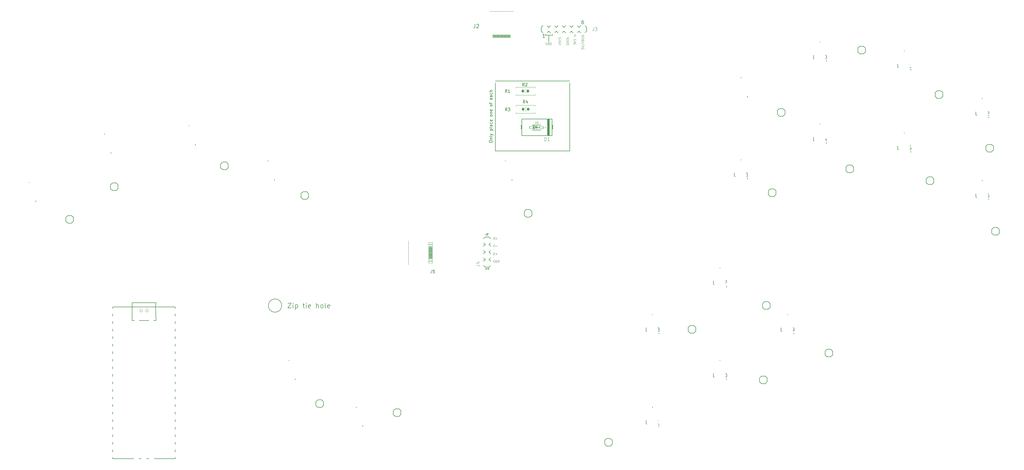
<source format=gto>
%TF.GenerationSoftware,KiCad,Pcbnew,7.0.8*%
%TF.CreationDate,2024-02-11T15:23:41-08:00*%
%TF.ProjectId,OF1 v1,4f463120-7631-42e6-9b69-6361645f7063,rev?*%
%TF.SameCoordinates,Original*%
%TF.FileFunction,Legend,Top*%
%TF.FilePolarity,Positive*%
%FSLAX46Y46*%
G04 Gerber Fmt 4.6, Leading zero omitted, Abs format (unit mm)*
G04 Created by KiCad (PCBNEW 7.0.8) date 2024-02-11 15:23:41*
%MOMM*%
%LPD*%
G01*
G04 APERTURE LIST*
G04 Aperture macros list*
%AMRoundRect*
0 Rectangle with rounded corners*
0 $1 Rounding radius*
0 $2 $3 $4 $5 $6 $7 $8 $9 X,Y pos of 4 corners*
0 Add a 4 corners polygon primitive as box body*
4,1,4,$2,$3,$4,$5,$6,$7,$8,$9,$2,$3,0*
0 Add four circle primitives for the rounded corners*
1,1,$1+$1,$2,$3*
1,1,$1+$1,$4,$5*
1,1,$1+$1,$6,$7*
1,1,$1+$1,$8,$9*
0 Add four rect primitives between the rounded corners*
20,1,$1+$1,$2,$3,$4,$5,0*
20,1,$1+$1,$4,$5,$6,$7,0*
20,1,$1+$1,$6,$7,$8,$9,0*
20,1,$1+$1,$8,$9,$2,$3,0*%
%AMFreePoly0*
4,1,17,0.425901,0.806901,0.806901,0.425901,0.825500,0.381000,0.825500,-0.381000,0.806901,-0.425901,0.425901,-0.806901,0.381000,-0.825500,-0.381000,-0.825500,-0.425901,-0.806901,-0.806901,-0.425901,-0.825500,-0.381000,-0.825500,0.381000,-0.806901,0.425901,-0.425901,0.806901,-0.381000,0.825500,0.381000,0.825500,0.425901,0.806901,0.425901,0.806901,$1*%
G04 Aperture macros list end*
%ADD10C,0.200000*%
%ADD11C,0.065024*%
%ADD12C,0.142240*%
%ADD13C,0.150000*%
%ADD14C,0.114300*%
%ADD15C,0.127000*%
%ADD16C,0.044941*%
%ADD17C,0.076200*%
%ADD18C,0.152400*%
%ADD19C,0.120000*%
%ADD20C,0.020000*%
%ADD21C,1.701800*%
%ADD22C,3.000000*%
%ADD23C,3.987800*%
%ADD24C,2.374900*%
%ADD25C,0.300000*%
%ADD26O,3.175000X1.651000*%
%ADD27FreePoly0,0.000000*%
%ADD28O,4.622800X2.374900*%
%ADD29C,9.000000*%
%ADD30C,8.000000*%
%ADD31RoundRect,0.063500X0.605000X0.365000X-0.605000X0.365000X-0.605000X-0.365000X0.605000X-0.365000X0*%
%ADD32RoundRect,0.200000X-0.200000X-0.275000X0.200000X-0.275000X0.200000X0.275000X-0.200000X0.275000X0*%
%ADD33C,8.500000*%
%ADD34C,0.650000*%
%ADD35RoundRect,0.063500X-0.150000X-0.450000X0.150000X-0.450000X0.150000X0.450000X-0.150000X0.450000X0*%
%ADD36C,0.777000*%
%ADD37O,0.877000X1.627000*%
%ADD38C,1.600000*%
%ADD39O,1.600000X1.600000*%
%ADD40C,2.100000*%
%ADD41C,1.500000*%
%ADD42O,3.327000X1.727000*%
%ADD43O,1.727000X3.327000*%
%ADD44RoundRect,0.063500X-0.400000X-0.400000X0.400000X-0.400000X0.400000X0.400000X-0.400000X0.400000X0*%
%ADD45RoundRect,0.063500X-0.620000X0.300000X-0.620000X-0.300000X0.620000X-0.300000X0.620000X0.300000X0*%
%ADD46RoundRect,0.063500X-0.620000X0.150000X-0.620000X-0.150000X0.620000X-0.150000X0.620000X0.150000X0*%
%ADD47O,2.227000X1.127000*%
%ADD48O,1.927000X1.127000*%
%ADD49O,1.651000X3.175000*%
G04 APERTURE END LIST*
D10*
X73737165Y-125753600D02*
G75*
G03*
X73737165Y-125753600I-2236065J0D01*
G01*
X145500000Y-50200000D02*
X170500000Y-50200000D01*
X170501100Y-50753600D02*
X170501100Y-73753600D01*
X170501100Y-73753600D02*
X145501100Y-73753600D01*
X162272621Y-34794232D02*
X164674246Y-34794232D01*
X145501100Y-73753600D02*
X145501100Y-50753600D01*
X164706284Y-33815094D02*
X164690587Y-33799397D01*
X163421272Y-34948854D02*
X163421272Y-36958357D01*
X164691100Y-34802747D02*
X164691100Y-34410263D01*
X162272621Y-34378054D02*
X162272621Y-34801935D01*
D11*
X145263393Y-110492794D02*
X145192176Y-110457186D01*
X145192176Y-110457186D02*
X145085351Y-110457186D01*
X145085351Y-110457186D02*
X144978526Y-110492794D01*
X144978526Y-110492794D02*
X144907309Y-110564011D01*
X144907309Y-110564011D02*
X144871700Y-110635228D01*
X144871700Y-110635228D02*
X144836092Y-110777661D01*
X144836092Y-110777661D02*
X144836092Y-110884486D01*
X144836092Y-110884486D02*
X144871700Y-111026920D01*
X144871700Y-111026920D02*
X144907309Y-111098137D01*
X144907309Y-111098137D02*
X144978526Y-111169354D01*
X144978526Y-111169354D02*
X145085351Y-111204962D01*
X145085351Y-111204962D02*
X145156567Y-111204962D01*
X145156567Y-111204962D02*
X145263393Y-111169354D01*
X145263393Y-111169354D02*
X145299001Y-111133745D01*
X145299001Y-111133745D02*
X145299001Y-110884486D01*
X145299001Y-110884486D02*
X145156567Y-110884486D01*
X145619476Y-111204962D02*
X145619476Y-110457186D01*
X145619476Y-110457186D02*
X146046777Y-111204962D01*
X146046777Y-111204962D02*
X146046777Y-110457186D01*
X146402860Y-111204962D02*
X146402860Y-110457186D01*
X146402860Y-110457186D02*
X146580902Y-110457186D01*
X146580902Y-110457186D02*
X146687727Y-110492794D01*
X146687727Y-110492794D02*
X146758944Y-110564011D01*
X146758944Y-110564011D02*
X146794553Y-110635228D01*
X146794553Y-110635228D02*
X146830161Y-110777661D01*
X146830161Y-110777661D02*
X146830161Y-110884486D01*
X146830161Y-110884486D02*
X146794553Y-111026920D01*
X146794553Y-111026920D02*
X146758944Y-111098137D01*
X146758944Y-111098137D02*
X146687727Y-111169354D01*
X146687727Y-111169354D02*
X146580902Y-111204962D01*
X146580902Y-111204962D02*
X146402860Y-111204962D01*
X171790550Y-37950396D02*
X171790550Y-37487487D01*
X171790550Y-37487487D02*
X172075417Y-37736746D01*
X172075417Y-37736746D02*
X172075417Y-37629921D01*
X172075417Y-37629921D02*
X172111025Y-37558704D01*
X172111025Y-37558704D02*
X172146634Y-37523096D01*
X172146634Y-37523096D02*
X172217850Y-37487487D01*
X172217850Y-37487487D02*
X172395892Y-37487487D01*
X172395892Y-37487487D02*
X172467109Y-37523096D01*
X172467109Y-37523096D02*
X172502718Y-37558704D01*
X172502718Y-37558704D02*
X172538326Y-37629921D01*
X172538326Y-37629921D02*
X172538326Y-37843571D01*
X172538326Y-37843571D02*
X172502718Y-37914788D01*
X172502718Y-37914788D02*
X172467109Y-37950396D01*
X171790550Y-37273837D02*
X172538326Y-37024578D01*
X172538326Y-37024578D02*
X171790550Y-36775319D01*
X171790550Y-36597277D02*
X171790550Y-36134368D01*
X171790550Y-36134368D02*
X172075417Y-36383627D01*
X172075417Y-36383627D02*
X172075417Y-36276802D01*
X172075417Y-36276802D02*
X172111025Y-36205585D01*
X172111025Y-36205585D02*
X172146634Y-36169977D01*
X172146634Y-36169977D02*
X172217850Y-36134368D01*
X172217850Y-36134368D02*
X172395892Y-36134368D01*
X172395892Y-36134368D02*
X172467109Y-36169977D01*
X172467109Y-36169977D02*
X172502718Y-36205585D01*
X172502718Y-36205585D02*
X172538326Y-36276802D01*
X172538326Y-36276802D02*
X172538326Y-36490452D01*
X172538326Y-36490452D02*
X172502718Y-36561669D01*
X172502718Y-36561669D02*
X172467109Y-36597277D01*
X172538326Y-35244159D02*
X172039809Y-35244159D01*
X171790550Y-35244159D02*
X171826158Y-35279767D01*
X171826158Y-35279767D02*
X171861767Y-35244159D01*
X171861767Y-35244159D02*
X171826158Y-35208550D01*
X171826158Y-35208550D02*
X171790550Y-35244159D01*
X171790550Y-35244159D02*
X171861767Y-35244159D01*
X172039809Y-34888075D02*
X172538326Y-34888075D01*
X172111025Y-34888075D02*
X172075417Y-34852466D01*
X172075417Y-34852466D02*
X172039809Y-34781249D01*
X172039809Y-34781249D02*
X172039809Y-34674424D01*
X172039809Y-34674424D02*
X172075417Y-34603208D01*
X172075417Y-34603208D02*
X172146634Y-34567599D01*
X172146634Y-34567599D02*
X172538326Y-34567599D01*
X174453215Y-39002436D02*
X174453215Y-39358520D01*
X174453215Y-39358520D02*
X174809299Y-39394128D01*
X174809299Y-39394128D02*
X174773690Y-39358520D01*
X174773690Y-39358520D02*
X174738082Y-39287303D01*
X174738082Y-39287303D02*
X174738082Y-39109261D01*
X174738082Y-39109261D02*
X174773690Y-39038044D01*
X174773690Y-39038044D02*
X174809299Y-39002436D01*
X174809299Y-39002436D02*
X174880515Y-38966827D01*
X174880515Y-38966827D02*
X175058557Y-38966827D01*
X175058557Y-38966827D02*
X175129774Y-39002436D01*
X175129774Y-39002436D02*
X175165383Y-39038044D01*
X175165383Y-39038044D02*
X175200991Y-39109261D01*
X175200991Y-39109261D02*
X175200991Y-39287303D01*
X175200991Y-39287303D02*
X175165383Y-39358520D01*
X175165383Y-39358520D02*
X175129774Y-39394128D01*
X174453215Y-38753177D02*
X175200991Y-38503918D01*
X175200991Y-38503918D02*
X174453215Y-38254659D01*
X174417607Y-37471275D02*
X175379033Y-38112226D01*
X174453215Y-37328842D02*
X175200991Y-37079583D01*
X175200991Y-37079583D02*
X174453215Y-36830324D01*
X174809299Y-36331807D02*
X174844907Y-36224982D01*
X174844907Y-36224982D02*
X174880515Y-36189373D01*
X174880515Y-36189373D02*
X174951732Y-36153765D01*
X174951732Y-36153765D02*
X175058557Y-36153765D01*
X175058557Y-36153765D02*
X175129774Y-36189373D01*
X175129774Y-36189373D02*
X175165383Y-36224982D01*
X175165383Y-36224982D02*
X175200991Y-36296199D01*
X175200991Y-36296199D02*
X175200991Y-36581066D01*
X175200991Y-36581066D02*
X174453215Y-36581066D01*
X174453215Y-36581066D02*
X174453215Y-36331807D01*
X174453215Y-36331807D02*
X174488823Y-36260590D01*
X174488823Y-36260590D02*
X174524432Y-36224982D01*
X174524432Y-36224982D02*
X174595648Y-36189373D01*
X174595648Y-36189373D02*
X174666865Y-36189373D01*
X174666865Y-36189373D02*
X174738082Y-36224982D01*
X174738082Y-36224982D02*
X174773690Y-36260590D01*
X174773690Y-36260590D02*
X174809299Y-36331807D01*
X174809299Y-36331807D02*
X174809299Y-36581066D01*
X174453215Y-35833290D02*
X175058557Y-35833290D01*
X175058557Y-35833290D02*
X175129774Y-35797681D01*
X175129774Y-35797681D02*
X175165383Y-35762073D01*
X175165383Y-35762073D02*
X175200991Y-35690856D01*
X175200991Y-35690856D02*
X175200991Y-35548423D01*
X175200991Y-35548423D02*
X175165383Y-35477206D01*
X175165383Y-35477206D02*
X175129774Y-35441597D01*
X175129774Y-35441597D02*
X175058557Y-35405989D01*
X175058557Y-35405989D02*
X174453215Y-35405989D01*
X175165383Y-35085514D02*
X175200991Y-34978689D01*
X175200991Y-34978689D02*
X175200991Y-34800647D01*
X175200991Y-34800647D02*
X175165383Y-34729430D01*
X175165383Y-34729430D02*
X175129774Y-34693822D01*
X175129774Y-34693822D02*
X175058557Y-34658213D01*
X175058557Y-34658213D02*
X174987341Y-34658213D01*
X174987341Y-34658213D02*
X174916124Y-34693822D01*
X174916124Y-34693822D02*
X174880515Y-34729430D01*
X174880515Y-34729430D02*
X174844907Y-34800647D01*
X174844907Y-34800647D02*
X174809299Y-34943080D01*
X174809299Y-34943080D02*
X174773690Y-35014297D01*
X174773690Y-35014297D02*
X174738082Y-35049906D01*
X174738082Y-35049906D02*
X174666865Y-35085514D01*
X174666865Y-35085514D02*
X174595648Y-35085514D01*
X174595648Y-35085514D02*
X174524432Y-35049906D01*
X174524432Y-35049906D02*
X174488823Y-35014297D01*
X174488823Y-35014297D02*
X174453215Y-34943080D01*
X174453215Y-34943080D02*
X174453215Y-34765039D01*
X174453215Y-34765039D02*
X174488823Y-34658213D01*
X144898665Y-106015030D02*
X144898665Y-105267254D01*
X144898665Y-105267254D02*
X145076707Y-105267254D01*
X145076707Y-105267254D02*
X145183532Y-105302862D01*
X145183532Y-105302862D02*
X145254749Y-105374079D01*
X145254749Y-105374079D02*
X145290358Y-105445296D01*
X145290358Y-105445296D02*
X145325966Y-105587729D01*
X145325966Y-105587729D02*
X145325966Y-105694554D01*
X145325966Y-105694554D02*
X145290358Y-105836988D01*
X145290358Y-105836988D02*
X145254749Y-105908205D01*
X145254749Y-105908205D02*
X145183532Y-105979422D01*
X145183532Y-105979422D02*
X145076707Y-106015030D01*
X145076707Y-106015030D02*
X144898665Y-106015030D01*
X145646441Y-105730163D02*
X146216176Y-105730163D01*
X166745029Y-37986005D02*
X167492805Y-37736746D01*
X167492805Y-37736746D02*
X166745029Y-37487487D01*
X167457197Y-37273837D02*
X167492805Y-37167012D01*
X167492805Y-37167012D02*
X167492805Y-36988970D01*
X167492805Y-36988970D02*
X167457197Y-36917753D01*
X167457197Y-36917753D02*
X167421588Y-36882145D01*
X167421588Y-36882145D02*
X167350371Y-36846536D01*
X167350371Y-36846536D02*
X167279155Y-36846536D01*
X167279155Y-36846536D02*
X167207938Y-36882145D01*
X167207938Y-36882145D02*
X167172329Y-36917753D01*
X167172329Y-36917753D02*
X167136721Y-36988970D01*
X167136721Y-36988970D02*
X167101113Y-37131403D01*
X167101113Y-37131403D02*
X167065504Y-37202620D01*
X167065504Y-37202620D02*
X167029896Y-37238229D01*
X167029896Y-37238229D02*
X166958679Y-37273837D01*
X166958679Y-37273837D02*
X166887462Y-37273837D01*
X166887462Y-37273837D02*
X166816246Y-37238229D01*
X166816246Y-37238229D02*
X166780637Y-37202620D01*
X166780637Y-37202620D02*
X166745029Y-37131403D01*
X166745029Y-37131403D02*
X166745029Y-36953362D01*
X166745029Y-36953362D02*
X166780637Y-36846536D01*
X167136721Y-36383627D02*
X167492805Y-36383627D01*
X166745029Y-36632886D02*
X167136721Y-36383627D01*
X167136721Y-36383627D02*
X166745029Y-36134368D01*
X167457197Y-35920718D02*
X167492805Y-35813893D01*
X167492805Y-35813893D02*
X167492805Y-35635851D01*
X167492805Y-35635851D02*
X167457197Y-35564634D01*
X167457197Y-35564634D02*
X167421588Y-35529026D01*
X167421588Y-35529026D02*
X167350371Y-35493417D01*
X167350371Y-35493417D02*
X167279155Y-35493417D01*
X167279155Y-35493417D02*
X167207938Y-35529026D01*
X167207938Y-35529026D02*
X167172329Y-35564634D01*
X167172329Y-35564634D02*
X167136721Y-35635851D01*
X167136721Y-35635851D02*
X167101113Y-35778284D01*
X167101113Y-35778284D02*
X167065504Y-35849501D01*
X167065504Y-35849501D02*
X167029896Y-35885110D01*
X167029896Y-35885110D02*
X166958679Y-35920718D01*
X166958679Y-35920718D02*
X166887462Y-35920718D01*
X166887462Y-35920718D02*
X166816246Y-35885110D01*
X166816246Y-35885110D02*
X166780637Y-35849501D01*
X166780637Y-35849501D02*
X166745029Y-35778284D01*
X166745029Y-35778284D02*
X166745029Y-35600243D01*
X166745029Y-35600243D02*
X166780637Y-35493417D01*
X170105305Y-37879180D02*
X169357529Y-37879180D01*
X169357529Y-37879180D02*
X169357529Y-37701138D01*
X169357529Y-37701138D02*
X169393137Y-37594313D01*
X169393137Y-37594313D02*
X169464354Y-37523096D01*
X169464354Y-37523096D02*
X169535571Y-37487487D01*
X169535571Y-37487487D02*
X169678004Y-37451879D01*
X169678004Y-37451879D02*
X169784829Y-37451879D01*
X169784829Y-37451879D02*
X169927263Y-37487487D01*
X169927263Y-37487487D02*
X169998480Y-37523096D01*
X169998480Y-37523096D02*
X170069697Y-37594313D01*
X170069697Y-37594313D02*
X170105305Y-37701138D01*
X170105305Y-37701138D02*
X170105305Y-37879180D01*
X169891655Y-37167012D02*
X169891655Y-36810928D01*
X170105305Y-37238229D02*
X169357529Y-36988970D01*
X169357529Y-36988970D02*
X170105305Y-36739711D01*
X169357529Y-36597278D02*
X169357529Y-36169977D01*
X170105305Y-36383627D02*
X169357529Y-36383627D01*
X169891655Y-35956327D02*
X169891655Y-35600243D01*
X170105305Y-36027544D02*
X169357529Y-35778285D01*
X169357529Y-35778285D02*
X170105305Y-35529026D01*
X162762502Y-37292937D02*
X162691285Y-37257329D01*
X162691285Y-37257329D02*
X162584460Y-37257329D01*
X162584460Y-37257329D02*
X162477635Y-37292937D01*
X162477635Y-37292937D02*
X162406418Y-37364154D01*
X162406418Y-37364154D02*
X162370809Y-37435371D01*
X162370809Y-37435371D02*
X162335201Y-37577804D01*
X162335201Y-37577804D02*
X162335201Y-37684629D01*
X162335201Y-37684629D02*
X162370809Y-37827063D01*
X162370809Y-37827063D02*
X162406418Y-37898280D01*
X162406418Y-37898280D02*
X162477635Y-37969497D01*
X162477635Y-37969497D02*
X162584460Y-38005105D01*
X162584460Y-38005105D02*
X162655676Y-38005105D01*
X162655676Y-38005105D02*
X162762502Y-37969497D01*
X162762502Y-37969497D02*
X162798110Y-37933888D01*
X162798110Y-37933888D02*
X162798110Y-37684629D01*
X162798110Y-37684629D02*
X162655676Y-37684629D01*
X163118585Y-38005105D02*
X163118585Y-37257329D01*
X163118585Y-37257329D02*
X163545886Y-38005105D01*
X163545886Y-38005105D02*
X163545886Y-37257329D01*
X163901969Y-38005105D02*
X163901969Y-37257329D01*
X163901969Y-37257329D02*
X164080011Y-37257329D01*
X164080011Y-37257329D02*
X164186836Y-37292937D01*
X164186836Y-37292937D02*
X164258053Y-37364154D01*
X164258053Y-37364154D02*
X164293662Y-37435371D01*
X164293662Y-37435371D02*
X164329270Y-37577804D01*
X164329270Y-37577804D02*
X164329270Y-37684629D01*
X164329270Y-37684629D02*
X164293662Y-37827063D01*
X164293662Y-37827063D02*
X164258053Y-37898280D01*
X164258053Y-37898280D02*
X164186836Y-37969497D01*
X164186836Y-37969497D02*
X164080011Y-38005105D01*
X164080011Y-38005105D02*
X163901969Y-38005105D01*
D12*
X143448591Y-70634294D02*
X143448591Y-70443818D01*
X143448591Y-70443818D02*
X143496210Y-70348580D01*
X143496210Y-70348580D02*
X143591448Y-70253342D01*
X143591448Y-70253342D02*
X143781924Y-70205723D01*
X143781924Y-70205723D02*
X144115257Y-70205723D01*
X144115257Y-70205723D02*
X144305733Y-70253342D01*
X144305733Y-70253342D02*
X144400972Y-70348580D01*
X144400972Y-70348580D02*
X144448591Y-70443818D01*
X144448591Y-70443818D02*
X144448591Y-70634294D01*
X144448591Y-70634294D02*
X144400972Y-70729532D01*
X144400972Y-70729532D02*
X144305733Y-70824770D01*
X144305733Y-70824770D02*
X144115257Y-70872389D01*
X144115257Y-70872389D02*
X143781924Y-70872389D01*
X143781924Y-70872389D02*
X143591448Y-70824770D01*
X143591448Y-70824770D02*
X143496210Y-70729532D01*
X143496210Y-70729532D02*
X143448591Y-70634294D01*
X143781924Y-69777151D02*
X144448591Y-69777151D01*
X143877162Y-69777151D02*
X143829543Y-69729532D01*
X143829543Y-69729532D02*
X143781924Y-69634294D01*
X143781924Y-69634294D02*
X143781924Y-69491437D01*
X143781924Y-69491437D02*
X143829543Y-69396199D01*
X143829543Y-69396199D02*
X143924781Y-69348580D01*
X143924781Y-69348580D02*
X144448591Y-69348580D01*
X144448591Y-68729532D02*
X144400972Y-68824770D01*
X144400972Y-68824770D02*
X144305733Y-68872389D01*
X144305733Y-68872389D02*
X143448591Y-68872389D01*
X143781924Y-68443817D02*
X144448591Y-68205722D01*
X143781924Y-67967627D02*
X144448591Y-68205722D01*
X144448591Y-68205722D02*
X144686686Y-68300960D01*
X144686686Y-68300960D02*
X144734305Y-68348579D01*
X144734305Y-68348579D02*
X144781924Y-68443817D01*
X143781924Y-66824769D02*
X144781924Y-66824769D01*
X143829543Y-66824769D02*
X143781924Y-66729531D01*
X143781924Y-66729531D02*
X143781924Y-66539055D01*
X143781924Y-66539055D02*
X143829543Y-66443817D01*
X143829543Y-66443817D02*
X143877162Y-66396198D01*
X143877162Y-66396198D02*
X143972400Y-66348579D01*
X143972400Y-66348579D02*
X144258114Y-66348579D01*
X144258114Y-66348579D02*
X144353352Y-66396198D01*
X144353352Y-66396198D02*
X144400972Y-66443817D01*
X144400972Y-66443817D02*
X144448591Y-66539055D01*
X144448591Y-66539055D02*
X144448591Y-66729531D01*
X144448591Y-66729531D02*
X144400972Y-66824769D01*
X144448591Y-65777150D02*
X144400972Y-65872388D01*
X144400972Y-65872388D02*
X144305733Y-65920007D01*
X144305733Y-65920007D02*
X143448591Y-65920007D01*
X144448591Y-64967626D02*
X143924781Y-64967626D01*
X143924781Y-64967626D02*
X143829543Y-65015245D01*
X143829543Y-65015245D02*
X143781924Y-65110483D01*
X143781924Y-65110483D02*
X143781924Y-65300959D01*
X143781924Y-65300959D02*
X143829543Y-65396197D01*
X144400972Y-64967626D02*
X144448591Y-65062864D01*
X144448591Y-65062864D02*
X144448591Y-65300959D01*
X144448591Y-65300959D02*
X144400972Y-65396197D01*
X144400972Y-65396197D02*
X144305733Y-65443816D01*
X144305733Y-65443816D02*
X144210495Y-65443816D01*
X144210495Y-65443816D02*
X144115257Y-65396197D01*
X144115257Y-65396197D02*
X144067638Y-65300959D01*
X144067638Y-65300959D02*
X144067638Y-65062864D01*
X144067638Y-65062864D02*
X144020019Y-64967626D01*
X144400972Y-64062864D02*
X144448591Y-64158102D01*
X144448591Y-64158102D02*
X144448591Y-64348578D01*
X144448591Y-64348578D02*
X144400972Y-64443816D01*
X144400972Y-64443816D02*
X144353352Y-64491435D01*
X144353352Y-64491435D02*
X144258114Y-64539054D01*
X144258114Y-64539054D02*
X143972400Y-64539054D01*
X143972400Y-64539054D02*
X143877162Y-64491435D01*
X143877162Y-64491435D02*
X143829543Y-64443816D01*
X143829543Y-64443816D02*
X143781924Y-64348578D01*
X143781924Y-64348578D02*
X143781924Y-64158102D01*
X143781924Y-64158102D02*
X143829543Y-64062864D01*
X144400972Y-63253340D02*
X144448591Y-63348578D01*
X144448591Y-63348578D02*
X144448591Y-63539054D01*
X144448591Y-63539054D02*
X144400972Y-63634292D01*
X144400972Y-63634292D02*
X144305733Y-63681911D01*
X144305733Y-63681911D02*
X143924781Y-63681911D01*
X143924781Y-63681911D02*
X143829543Y-63634292D01*
X143829543Y-63634292D02*
X143781924Y-63539054D01*
X143781924Y-63539054D02*
X143781924Y-63348578D01*
X143781924Y-63348578D02*
X143829543Y-63253340D01*
X143829543Y-63253340D02*
X143924781Y-63205721D01*
X143924781Y-63205721D02*
X144020019Y-63205721D01*
X144020019Y-63205721D02*
X144115257Y-63681911D01*
X144448591Y-61872387D02*
X144400972Y-61967625D01*
X144400972Y-61967625D02*
X144353352Y-62015244D01*
X144353352Y-62015244D02*
X144258114Y-62062863D01*
X144258114Y-62062863D02*
X143972400Y-62062863D01*
X143972400Y-62062863D02*
X143877162Y-62015244D01*
X143877162Y-62015244D02*
X143829543Y-61967625D01*
X143829543Y-61967625D02*
X143781924Y-61872387D01*
X143781924Y-61872387D02*
X143781924Y-61729530D01*
X143781924Y-61729530D02*
X143829543Y-61634292D01*
X143829543Y-61634292D02*
X143877162Y-61586673D01*
X143877162Y-61586673D02*
X143972400Y-61539054D01*
X143972400Y-61539054D02*
X144258114Y-61539054D01*
X144258114Y-61539054D02*
X144353352Y-61586673D01*
X144353352Y-61586673D02*
X144400972Y-61634292D01*
X144400972Y-61634292D02*
X144448591Y-61729530D01*
X144448591Y-61729530D02*
X144448591Y-61872387D01*
X143781924Y-61110482D02*
X144448591Y-61110482D01*
X143877162Y-61110482D02*
X143829543Y-61062863D01*
X143829543Y-61062863D02*
X143781924Y-60967625D01*
X143781924Y-60967625D02*
X143781924Y-60824768D01*
X143781924Y-60824768D02*
X143829543Y-60729530D01*
X143829543Y-60729530D02*
X143924781Y-60681911D01*
X143924781Y-60681911D02*
X144448591Y-60681911D01*
X144400972Y-59824768D02*
X144448591Y-59920006D01*
X144448591Y-59920006D02*
X144448591Y-60110482D01*
X144448591Y-60110482D02*
X144400972Y-60205720D01*
X144400972Y-60205720D02*
X144305733Y-60253339D01*
X144305733Y-60253339D02*
X143924781Y-60253339D01*
X143924781Y-60253339D02*
X143829543Y-60205720D01*
X143829543Y-60205720D02*
X143781924Y-60110482D01*
X143781924Y-60110482D02*
X143781924Y-59920006D01*
X143781924Y-59920006D02*
X143829543Y-59824768D01*
X143829543Y-59824768D02*
X143924781Y-59777149D01*
X143924781Y-59777149D02*
X144020019Y-59777149D01*
X144020019Y-59777149D02*
X144115257Y-60253339D01*
X144448591Y-58443815D02*
X144400972Y-58539053D01*
X144400972Y-58539053D02*
X144353352Y-58586672D01*
X144353352Y-58586672D02*
X144258114Y-58634291D01*
X144258114Y-58634291D02*
X143972400Y-58634291D01*
X143972400Y-58634291D02*
X143877162Y-58586672D01*
X143877162Y-58586672D02*
X143829543Y-58539053D01*
X143829543Y-58539053D02*
X143781924Y-58443815D01*
X143781924Y-58443815D02*
X143781924Y-58300958D01*
X143781924Y-58300958D02*
X143829543Y-58205720D01*
X143829543Y-58205720D02*
X143877162Y-58158101D01*
X143877162Y-58158101D02*
X143972400Y-58110482D01*
X143972400Y-58110482D02*
X144258114Y-58110482D01*
X144258114Y-58110482D02*
X144353352Y-58158101D01*
X144353352Y-58158101D02*
X144400972Y-58205720D01*
X144400972Y-58205720D02*
X144448591Y-58300958D01*
X144448591Y-58300958D02*
X144448591Y-58443815D01*
X143781924Y-57824767D02*
X143781924Y-57443815D01*
X144448591Y-57681910D02*
X143591448Y-57681910D01*
X143591448Y-57681910D02*
X143496210Y-57634291D01*
X143496210Y-57634291D02*
X143448591Y-57539053D01*
X143448591Y-57539053D02*
X143448591Y-57443815D01*
X144400972Y-55967624D02*
X144448591Y-56062862D01*
X144448591Y-56062862D02*
X144448591Y-56253338D01*
X144448591Y-56253338D02*
X144400972Y-56348576D01*
X144400972Y-56348576D02*
X144305733Y-56396195D01*
X144305733Y-56396195D02*
X143924781Y-56396195D01*
X143924781Y-56396195D02*
X143829543Y-56348576D01*
X143829543Y-56348576D02*
X143781924Y-56253338D01*
X143781924Y-56253338D02*
X143781924Y-56062862D01*
X143781924Y-56062862D02*
X143829543Y-55967624D01*
X143829543Y-55967624D02*
X143924781Y-55920005D01*
X143924781Y-55920005D02*
X144020019Y-55920005D01*
X144020019Y-55920005D02*
X144115257Y-56396195D01*
X144448591Y-55062862D02*
X143924781Y-55062862D01*
X143924781Y-55062862D02*
X143829543Y-55110481D01*
X143829543Y-55110481D02*
X143781924Y-55205719D01*
X143781924Y-55205719D02*
X143781924Y-55396195D01*
X143781924Y-55396195D02*
X143829543Y-55491433D01*
X144400972Y-55062862D02*
X144448591Y-55158100D01*
X144448591Y-55158100D02*
X144448591Y-55396195D01*
X144448591Y-55396195D02*
X144400972Y-55491433D01*
X144400972Y-55491433D02*
X144305733Y-55539052D01*
X144305733Y-55539052D02*
X144210495Y-55539052D01*
X144210495Y-55539052D02*
X144115257Y-55491433D01*
X144115257Y-55491433D02*
X144067638Y-55396195D01*
X144067638Y-55396195D02*
X144067638Y-55158100D01*
X144067638Y-55158100D02*
X144020019Y-55062862D01*
X144400972Y-54158100D02*
X144448591Y-54253338D01*
X144448591Y-54253338D02*
X144448591Y-54443814D01*
X144448591Y-54443814D02*
X144400972Y-54539052D01*
X144400972Y-54539052D02*
X144353352Y-54586671D01*
X144353352Y-54586671D02*
X144258114Y-54634290D01*
X144258114Y-54634290D02*
X143972400Y-54634290D01*
X143972400Y-54634290D02*
X143877162Y-54586671D01*
X143877162Y-54586671D02*
X143829543Y-54539052D01*
X143829543Y-54539052D02*
X143781924Y-54443814D01*
X143781924Y-54443814D02*
X143781924Y-54253338D01*
X143781924Y-54253338D02*
X143829543Y-54158100D01*
X144448591Y-53729528D02*
X143448591Y-53729528D01*
X144448591Y-53300957D02*
X143924781Y-53300957D01*
X143924781Y-53300957D02*
X143829543Y-53348576D01*
X143829543Y-53348576D02*
X143781924Y-53443814D01*
X143781924Y-53443814D02*
X143781924Y-53586671D01*
X143781924Y-53586671D02*
X143829543Y-53681909D01*
X143829543Y-53681909D02*
X143877162Y-53729528D01*
X75828358Y-124910257D02*
X76918864Y-124910257D01*
X76918864Y-124910257D02*
X75828358Y-126546017D01*
X75828358Y-126546017D02*
X76918864Y-126546017D01*
X77542011Y-126546017D02*
X77542011Y-125455510D01*
X77542011Y-124910257D02*
X77464118Y-124988150D01*
X77464118Y-124988150D02*
X77542011Y-125066044D01*
X77542011Y-125066044D02*
X77619905Y-124988150D01*
X77619905Y-124988150D02*
X77542011Y-124910257D01*
X77542011Y-124910257D02*
X77542011Y-125066044D01*
X78320944Y-125455510D02*
X78320944Y-127091270D01*
X78320944Y-125533404D02*
X78476731Y-125455510D01*
X78476731Y-125455510D02*
X78788304Y-125455510D01*
X78788304Y-125455510D02*
X78944091Y-125533404D01*
X78944091Y-125533404D02*
X79021984Y-125611297D01*
X79021984Y-125611297D02*
X79099878Y-125767084D01*
X79099878Y-125767084D02*
X79099878Y-126234444D01*
X79099878Y-126234444D02*
X79021984Y-126390230D01*
X79021984Y-126390230D02*
X78944091Y-126468124D01*
X78944091Y-126468124D02*
X78788304Y-126546017D01*
X78788304Y-126546017D02*
X78476731Y-126546017D01*
X78476731Y-126546017D02*
X78320944Y-126468124D01*
X80813530Y-125455510D02*
X81436677Y-125455510D01*
X81047210Y-124910257D02*
X81047210Y-126312337D01*
X81047210Y-126312337D02*
X81125104Y-126468124D01*
X81125104Y-126468124D02*
X81280890Y-126546017D01*
X81280890Y-126546017D02*
X81436677Y-126546017D01*
X81981930Y-126546017D02*
X81981930Y-125455510D01*
X81981930Y-124910257D02*
X81904037Y-124988150D01*
X81904037Y-124988150D02*
X81981930Y-125066044D01*
X81981930Y-125066044D02*
X82059824Y-124988150D01*
X82059824Y-124988150D02*
X81981930Y-124910257D01*
X81981930Y-124910257D02*
X81981930Y-125066044D01*
X83384010Y-126468124D02*
X83228223Y-126546017D01*
X83228223Y-126546017D02*
X82916650Y-126546017D01*
X82916650Y-126546017D02*
X82760863Y-126468124D01*
X82760863Y-126468124D02*
X82682970Y-126312337D01*
X82682970Y-126312337D02*
X82682970Y-125689190D01*
X82682970Y-125689190D02*
X82760863Y-125533404D01*
X82760863Y-125533404D02*
X82916650Y-125455510D01*
X82916650Y-125455510D02*
X83228223Y-125455510D01*
X83228223Y-125455510D02*
X83384010Y-125533404D01*
X83384010Y-125533404D02*
X83461903Y-125689190D01*
X83461903Y-125689190D02*
X83461903Y-125844977D01*
X83461903Y-125844977D02*
X82682970Y-126000764D01*
X85409236Y-126546017D02*
X85409236Y-124910257D01*
X86110276Y-126546017D02*
X86110276Y-125689190D01*
X86110276Y-125689190D02*
X86032383Y-125533404D01*
X86032383Y-125533404D02*
X85876596Y-125455510D01*
X85876596Y-125455510D02*
X85642916Y-125455510D01*
X85642916Y-125455510D02*
X85487130Y-125533404D01*
X85487130Y-125533404D02*
X85409236Y-125611297D01*
X87122889Y-126546017D02*
X86967103Y-126468124D01*
X86967103Y-126468124D02*
X86889209Y-126390230D01*
X86889209Y-126390230D02*
X86811316Y-126234444D01*
X86811316Y-126234444D02*
X86811316Y-125767084D01*
X86811316Y-125767084D02*
X86889209Y-125611297D01*
X86889209Y-125611297D02*
X86967103Y-125533404D01*
X86967103Y-125533404D02*
X87122889Y-125455510D01*
X87122889Y-125455510D02*
X87356569Y-125455510D01*
X87356569Y-125455510D02*
X87512356Y-125533404D01*
X87512356Y-125533404D02*
X87590249Y-125611297D01*
X87590249Y-125611297D02*
X87668143Y-125767084D01*
X87668143Y-125767084D02*
X87668143Y-126234444D01*
X87668143Y-126234444D02*
X87590249Y-126390230D01*
X87590249Y-126390230D02*
X87512356Y-126468124D01*
X87512356Y-126468124D02*
X87356569Y-126546017D01*
X87356569Y-126546017D02*
X87122889Y-126546017D01*
X88602862Y-126546017D02*
X88447076Y-126468124D01*
X88447076Y-126468124D02*
X88369182Y-126312337D01*
X88369182Y-126312337D02*
X88369182Y-124910257D01*
X89849156Y-126468124D02*
X89693369Y-126546017D01*
X89693369Y-126546017D02*
X89381796Y-126546017D01*
X89381796Y-126546017D02*
X89226009Y-126468124D01*
X89226009Y-126468124D02*
X89148116Y-126312337D01*
X89148116Y-126312337D02*
X89148116Y-125689190D01*
X89148116Y-125689190D02*
X89226009Y-125533404D01*
X89226009Y-125533404D02*
X89381796Y-125455510D01*
X89381796Y-125455510D02*
X89693369Y-125455510D01*
X89693369Y-125455510D02*
X89849156Y-125533404D01*
X89849156Y-125533404D02*
X89927049Y-125689190D01*
X89927049Y-125689190D02*
X89927049Y-125844977D01*
X89927049Y-125844977D02*
X89148116Y-126000764D01*
D11*
X145246621Y-102789054D02*
X144890537Y-102789054D01*
X144890537Y-102789054D02*
X144854929Y-103145138D01*
X144854929Y-103145138D02*
X144890537Y-103109529D01*
X144890537Y-103109529D02*
X144961754Y-103073921D01*
X144961754Y-103073921D02*
X145139796Y-103073921D01*
X145139796Y-103073921D02*
X145211013Y-103109529D01*
X145211013Y-103109529D02*
X145246621Y-103145138D01*
X145246621Y-103145138D02*
X145282230Y-103216354D01*
X145282230Y-103216354D02*
X145282230Y-103394396D01*
X145282230Y-103394396D02*
X145246621Y-103465613D01*
X145246621Y-103465613D02*
X145211013Y-103501222D01*
X145211013Y-103501222D02*
X145139796Y-103536830D01*
X145139796Y-103536830D02*
X144961754Y-103536830D01*
X144961754Y-103536830D02*
X144890537Y-103501222D01*
X144890537Y-103501222D02*
X144854929Y-103465613D01*
X145495880Y-102789054D02*
X145745139Y-103536830D01*
X145745139Y-103536830D02*
X145994398Y-102789054D01*
X144834028Y-108680318D02*
X144834028Y-107932542D01*
X144834028Y-107932542D02*
X145012070Y-107932542D01*
X145012070Y-107932542D02*
X145118895Y-107968150D01*
X145118895Y-107968150D02*
X145190112Y-108039367D01*
X145190112Y-108039367D02*
X145225721Y-108110584D01*
X145225721Y-108110584D02*
X145261329Y-108253017D01*
X145261329Y-108253017D02*
X145261329Y-108359842D01*
X145261329Y-108359842D02*
X145225721Y-108502276D01*
X145225721Y-108502276D02*
X145190112Y-108573493D01*
X145190112Y-108573493D02*
X145118895Y-108644710D01*
X145118895Y-108644710D02*
X145012070Y-108680318D01*
X145012070Y-108680318D02*
X144834028Y-108680318D01*
X145581804Y-108395451D02*
X146151539Y-108395451D01*
X145866671Y-108680318D02*
X145866671Y-108110584D01*
D13*
X280663956Y-72067326D02*
X280663956Y-73095421D01*
X280663956Y-73095421D02*
X280724433Y-73216373D01*
X280724433Y-73216373D02*
X280784909Y-73276850D01*
X280784909Y-73276850D02*
X280905861Y-73337326D01*
X280905861Y-73337326D02*
X281147766Y-73337326D01*
X281147766Y-73337326D02*
X281268718Y-73276850D01*
X281268718Y-73276850D02*
X281329195Y-73216373D01*
X281329195Y-73216373D02*
X281389671Y-73095421D01*
X281389671Y-73095421D02*
X281389671Y-72067326D01*
X281933956Y-73276850D02*
X282115385Y-73337326D01*
X282115385Y-73337326D02*
X282417766Y-73337326D01*
X282417766Y-73337326D02*
X282538718Y-73276850D01*
X282538718Y-73276850D02*
X282599194Y-73216373D01*
X282599194Y-73216373D02*
X282659671Y-73095421D01*
X282659671Y-73095421D02*
X282659671Y-72974469D01*
X282659671Y-72974469D02*
X282599194Y-72853516D01*
X282599194Y-72853516D02*
X282538718Y-72793040D01*
X282538718Y-72793040D02*
X282417766Y-72732564D01*
X282417766Y-72732564D02*
X282175861Y-72672088D01*
X282175861Y-72672088D02*
X282054909Y-72611611D01*
X282054909Y-72611611D02*
X281994432Y-72551135D01*
X281994432Y-72551135D02*
X281933956Y-72430183D01*
X281933956Y-72430183D02*
X281933956Y-72309230D01*
X281933956Y-72309230D02*
X281994432Y-72188278D01*
X281994432Y-72188278D02*
X282054909Y-72127802D01*
X282054909Y-72127802D02*
X282175861Y-72067326D01*
X282175861Y-72067326D02*
X282478242Y-72067326D01*
X282478242Y-72067326D02*
X282659671Y-72127802D01*
X282296813Y-71885897D02*
X282296813Y-73518754D01*
X283869195Y-73337326D02*
X283143480Y-73337326D01*
X283506337Y-73337326D02*
X283506337Y-72067326D01*
X283506337Y-72067326D02*
X283385385Y-72248754D01*
X283385385Y-72248754D02*
X283264433Y-72369707D01*
X283264433Y-72369707D02*
X283143480Y-72430183D01*
X285018242Y-72067326D02*
X284413480Y-72067326D01*
X284413480Y-72067326D02*
X284353004Y-72672088D01*
X284353004Y-72672088D02*
X284413480Y-72611611D01*
X284413480Y-72611611D02*
X284534433Y-72551135D01*
X284534433Y-72551135D02*
X284836814Y-72551135D01*
X284836814Y-72551135D02*
X284957766Y-72611611D01*
X284957766Y-72611611D02*
X285018242Y-72672088D01*
X285018242Y-72672088D02*
X285078719Y-72793040D01*
X285078719Y-72793040D02*
X285078719Y-73095421D01*
X285078719Y-73095421D02*
X285018242Y-73216373D01*
X285018242Y-73216373D02*
X284957766Y-73276850D01*
X284957766Y-73276850D02*
X284836814Y-73337326D01*
X284836814Y-73337326D02*
X284534433Y-73337326D01*
X284534433Y-73337326D02*
X284413480Y-73276850D01*
X284413480Y-73276850D02*
X284353004Y-73216373D01*
X280663956Y-44457326D02*
X280663956Y-45485421D01*
X280663956Y-45485421D02*
X280724433Y-45606373D01*
X280724433Y-45606373D02*
X280784909Y-45666850D01*
X280784909Y-45666850D02*
X280905861Y-45727326D01*
X280905861Y-45727326D02*
X281147766Y-45727326D01*
X281147766Y-45727326D02*
X281268718Y-45666850D01*
X281268718Y-45666850D02*
X281329195Y-45606373D01*
X281329195Y-45606373D02*
X281389671Y-45485421D01*
X281389671Y-45485421D02*
X281389671Y-44457326D01*
X281933956Y-45666850D02*
X282115385Y-45727326D01*
X282115385Y-45727326D02*
X282417766Y-45727326D01*
X282417766Y-45727326D02*
X282538718Y-45666850D01*
X282538718Y-45666850D02*
X282599194Y-45606373D01*
X282599194Y-45606373D02*
X282659671Y-45485421D01*
X282659671Y-45485421D02*
X282659671Y-45364469D01*
X282659671Y-45364469D02*
X282599194Y-45243516D01*
X282599194Y-45243516D02*
X282538718Y-45183040D01*
X282538718Y-45183040D02*
X282417766Y-45122564D01*
X282417766Y-45122564D02*
X282175861Y-45062088D01*
X282175861Y-45062088D02*
X282054909Y-45001611D01*
X282054909Y-45001611D02*
X281994432Y-44941135D01*
X281994432Y-44941135D02*
X281933956Y-44820183D01*
X281933956Y-44820183D02*
X281933956Y-44699230D01*
X281933956Y-44699230D02*
X281994432Y-44578278D01*
X281994432Y-44578278D02*
X282054909Y-44517802D01*
X282054909Y-44517802D02*
X282175861Y-44457326D01*
X282175861Y-44457326D02*
X282478242Y-44457326D01*
X282478242Y-44457326D02*
X282659671Y-44517802D01*
X282296813Y-44275897D02*
X282296813Y-45908754D01*
X283869195Y-45727326D02*
X283143480Y-45727326D01*
X283506337Y-45727326D02*
X283506337Y-44457326D01*
X283506337Y-44457326D02*
X283385385Y-44638754D01*
X283385385Y-44638754D02*
X283264433Y-44759707D01*
X283264433Y-44759707D02*
X283143480Y-44820183D01*
X285078719Y-45727326D02*
X284353004Y-45727326D01*
X284715861Y-45727326D02*
X284715861Y-44457326D01*
X284715861Y-44457326D02*
X284594909Y-44638754D01*
X284594909Y-44638754D02*
X284473957Y-44759707D01*
X284473957Y-44759707D02*
X284353004Y-44820183D01*
X218775956Y-117427326D02*
X218775956Y-118455421D01*
X218775956Y-118455421D02*
X218836433Y-118576373D01*
X218836433Y-118576373D02*
X218896909Y-118636850D01*
X218896909Y-118636850D02*
X219017861Y-118697326D01*
X219017861Y-118697326D02*
X219259766Y-118697326D01*
X219259766Y-118697326D02*
X219380718Y-118636850D01*
X219380718Y-118636850D02*
X219441195Y-118576373D01*
X219441195Y-118576373D02*
X219501671Y-118455421D01*
X219501671Y-118455421D02*
X219501671Y-117427326D01*
X220045956Y-118636850D02*
X220227385Y-118697326D01*
X220227385Y-118697326D02*
X220529766Y-118697326D01*
X220529766Y-118697326D02*
X220650718Y-118636850D01*
X220650718Y-118636850D02*
X220711194Y-118576373D01*
X220711194Y-118576373D02*
X220771671Y-118455421D01*
X220771671Y-118455421D02*
X220771671Y-118334469D01*
X220771671Y-118334469D02*
X220711194Y-118213516D01*
X220711194Y-118213516D02*
X220650718Y-118153040D01*
X220650718Y-118153040D02*
X220529766Y-118092564D01*
X220529766Y-118092564D02*
X220287861Y-118032088D01*
X220287861Y-118032088D02*
X220166909Y-117971611D01*
X220166909Y-117971611D02*
X220106432Y-117911135D01*
X220106432Y-117911135D02*
X220045956Y-117790183D01*
X220045956Y-117790183D02*
X220045956Y-117669230D01*
X220045956Y-117669230D02*
X220106432Y-117548278D01*
X220106432Y-117548278D02*
X220166909Y-117487802D01*
X220166909Y-117487802D02*
X220287861Y-117427326D01*
X220287861Y-117427326D02*
X220590242Y-117427326D01*
X220590242Y-117427326D02*
X220771671Y-117487802D01*
X220408813Y-117245897D02*
X220408813Y-118878754D01*
X221981195Y-118697326D02*
X221255480Y-118697326D01*
X221618337Y-118697326D02*
X221618337Y-117427326D01*
X221618337Y-117427326D02*
X221497385Y-117608754D01*
X221497385Y-117608754D02*
X221376433Y-117729707D01*
X221376433Y-117729707D02*
X221255480Y-117790183D01*
X222404528Y-117427326D02*
X223251195Y-117427326D01*
X223251195Y-117427326D02*
X222706909Y-118697326D01*
X74560718Y-148612326D02*
X74560718Y-149640421D01*
X74560718Y-149640421D02*
X74621195Y-149761373D01*
X74621195Y-149761373D02*
X74681671Y-149821850D01*
X74681671Y-149821850D02*
X74802623Y-149882326D01*
X74802623Y-149882326D02*
X75044528Y-149882326D01*
X75044528Y-149882326D02*
X75165480Y-149821850D01*
X75165480Y-149821850D02*
X75225957Y-149761373D01*
X75225957Y-149761373D02*
X75286433Y-149640421D01*
X75286433Y-149640421D02*
X75286433Y-148612326D01*
X75830718Y-149821850D02*
X76012147Y-149882326D01*
X76012147Y-149882326D02*
X76314528Y-149882326D01*
X76314528Y-149882326D02*
X76435480Y-149821850D01*
X76435480Y-149821850D02*
X76495956Y-149761373D01*
X76495956Y-149761373D02*
X76556433Y-149640421D01*
X76556433Y-149640421D02*
X76556433Y-149519469D01*
X76556433Y-149519469D02*
X76495956Y-149398516D01*
X76495956Y-149398516D02*
X76435480Y-149338040D01*
X76435480Y-149338040D02*
X76314528Y-149277564D01*
X76314528Y-149277564D02*
X76072623Y-149217088D01*
X76072623Y-149217088D02*
X75951671Y-149156611D01*
X75951671Y-149156611D02*
X75891194Y-149096135D01*
X75891194Y-149096135D02*
X75830718Y-148975183D01*
X75830718Y-148975183D02*
X75830718Y-148854230D01*
X75830718Y-148854230D02*
X75891194Y-148733278D01*
X75891194Y-148733278D02*
X75951671Y-148672802D01*
X75951671Y-148672802D02*
X76072623Y-148612326D01*
X76072623Y-148612326D02*
X76375004Y-148612326D01*
X76375004Y-148612326D02*
X76556433Y-148672802D01*
X76193575Y-148430897D02*
X76193575Y-150063754D01*
X77645004Y-148612326D02*
X77403099Y-148612326D01*
X77403099Y-148612326D02*
X77282147Y-148672802D01*
X77282147Y-148672802D02*
X77221671Y-148733278D01*
X77221671Y-148733278D02*
X77100718Y-148914707D01*
X77100718Y-148914707D02*
X77040242Y-149156611D01*
X77040242Y-149156611D02*
X77040242Y-149640421D01*
X77040242Y-149640421D02*
X77100718Y-149761373D01*
X77100718Y-149761373D02*
X77161195Y-149821850D01*
X77161195Y-149821850D02*
X77282147Y-149882326D01*
X77282147Y-149882326D02*
X77524052Y-149882326D01*
X77524052Y-149882326D02*
X77645004Y-149821850D01*
X77645004Y-149821850D02*
X77705480Y-149761373D01*
X77705480Y-149761373D02*
X77765957Y-149640421D01*
X77765957Y-149640421D02*
X77765957Y-149338040D01*
X77765957Y-149338040D02*
X77705480Y-149217088D01*
X77705480Y-149217088D02*
X77645004Y-149156611D01*
X77645004Y-149156611D02*
X77524052Y-149096135D01*
X77524052Y-149096135D02*
X77282147Y-149096135D01*
X77282147Y-149096135D02*
X77161195Y-149156611D01*
X77161195Y-149156611D02*
X77100718Y-149217088D01*
X77100718Y-149217088D02*
X77040242Y-149338040D01*
X218775956Y-148612326D02*
X218775956Y-149640421D01*
X218775956Y-149640421D02*
X218836433Y-149761373D01*
X218836433Y-149761373D02*
X218896909Y-149821850D01*
X218896909Y-149821850D02*
X219017861Y-149882326D01*
X219017861Y-149882326D02*
X219259766Y-149882326D01*
X219259766Y-149882326D02*
X219380718Y-149821850D01*
X219380718Y-149821850D02*
X219441195Y-149761373D01*
X219441195Y-149761373D02*
X219501671Y-149640421D01*
X219501671Y-149640421D02*
X219501671Y-148612326D01*
X220045956Y-149821850D02*
X220227385Y-149882326D01*
X220227385Y-149882326D02*
X220529766Y-149882326D01*
X220529766Y-149882326D02*
X220650718Y-149821850D01*
X220650718Y-149821850D02*
X220711194Y-149761373D01*
X220711194Y-149761373D02*
X220771671Y-149640421D01*
X220771671Y-149640421D02*
X220771671Y-149519469D01*
X220771671Y-149519469D02*
X220711194Y-149398516D01*
X220711194Y-149398516D02*
X220650718Y-149338040D01*
X220650718Y-149338040D02*
X220529766Y-149277564D01*
X220529766Y-149277564D02*
X220287861Y-149217088D01*
X220287861Y-149217088D02*
X220166909Y-149156611D01*
X220166909Y-149156611D02*
X220106432Y-149096135D01*
X220106432Y-149096135D02*
X220045956Y-148975183D01*
X220045956Y-148975183D02*
X220045956Y-148854230D01*
X220045956Y-148854230D02*
X220106432Y-148733278D01*
X220106432Y-148733278D02*
X220166909Y-148672802D01*
X220166909Y-148672802D02*
X220287861Y-148612326D01*
X220287861Y-148612326D02*
X220590242Y-148612326D01*
X220590242Y-148612326D02*
X220771671Y-148672802D01*
X220408813Y-148430897D02*
X220408813Y-150063754D01*
X221255480Y-148733278D02*
X221315956Y-148672802D01*
X221315956Y-148672802D02*
X221436909Y-148612326D01*
X221436909Y-148612326D02*
X221739290Y-148612326D01*
X221739290Y-148612326D02*
X221860242Y-148672802D01*
X221860242Y-148672802D02*
X221920718Y-148733278D01*
X221920718Y-148733278D02*
X221981195Y-148854230D01*
X221981195Y-148854230D02*
X221981195Y-148975183D01*
X221981195Y-148975183D02*
X221920718Y-149156611D01*
X221920718Y-149156611D02*
X221195004Y-149882326D01*
X221195004Y-149882326D02*
X221981195Y-149882326D01*
X222767385Y-148612326D02*
X222888338Y-148612326D01*
X222888338Y-148612326D02*
X223009290Y-148672802D01*
X223009290Y-148672802D02*
X223069766Y-148733278D01*
X223069766Y-148733278D02*
X223130242Y-148854230D01*
X223130242Y-148854230D02*
X223190719Y-149096135D01*
X223190719Y-149096135D02*
X223190719Y-149398516D01*
X223190719Y-149398516D02*
X223130242Y-149640421D01*
X223130242Y-149640421D02*
X223069766Y-149761373D01*
X223069766Y-149761373D02*
X223009290Y-149821850D01*
X223009290Y-149821850D02*
X222888338Y-149882326D01*
X222888338Y-149882326D02*
X222767385Y-149882326D01*
X222767385Y-149882326D02*
X222646433Y-149821850D01*
X222646433Y-149821850D02*
X222585957Y-149761373D01*
X222585957Y-149761373D02*
X222525480Y-149640421D01*
X222525480Y-149640421D02*
X222465004Y-149398516D01*
X222465004Y-149398516D02*
X222465004Y-149096135D01*
X222465004Y-149096135D02*
X222525480Y-148854230D01*
X222525480Y-148854230D02*
X222585957Y-148733278D01*
X222585957Y-148733278D02*
X222646433Y-148672802D01*
X222646433Y-148672802D02*
X222767385Y-148612326D01*
X252308956Y-41482326D02*
X252308956Y-42510421D01*
X252308956Y-42510421D02*
X252369433Y-42631373D01*
X252369433Y-42631373D02*
X252429909Y-42691850D01*
X252429909Y-42691850D02*
X252550861Y-42752326D01*
X252550861Y-42752326D02*
X252792766Y-42752326D01*
X252792766Y-42752326D02*
X252913718Y-42691850D01*
X252913718Y-42691850D02*
X252974195Y-42631373D01*
X252974195Y-42631373D02*
X253034671Y-42510421D01*
X253034671Y-42510421D02*
X253034671Y-41482326D01*
X253578956Y-42691850D02*
X253760385Y-42752326D01*
X253760385Y-42752326D02*
X254062766Y-42752326D01*
X254062766Y-42752326D02*
X254183718Y-42691850D01*
X254183718Y-42691850D02*
X254244194Y-42631373D01*
X254244194Y-42631373D02*
X254304671Y-42510421D01*
X254304671Y-42510421D02*
X254304671Y-42389469D01*
X254304671Y-42389469D02*
X254244194Y-42268516D01*
X254244194Y-42268516D02*
X254183718Y-42208040D01*
X254183718Y-42208040D02*
X254062766Y-42147564D01*
X254062766Y-42147564D02*
X253820861Y-42087088D01*
X253820861Y-42087088D02*
X253699909Y-42026611D01*
X253699909Y-42026611D02*
X253639432Y-41966135D01*
X253639432Y-41966135D02*
X253578956Y-41845183D01*
X253578956Y-41845183D02*
X253578956Y-41724230D01*
X253578956Y-41724230D02*
X253639432Y-41603278D01*
X253639432Y-41603278D02*
X253699909Y-41542802D01*
X253699909Y-41542802D02*
X253820861Y-41482326D01*
X253820861Y-41482326D02*
X254123242Y-41482326D01*
X254123242Y-41482326D02*
X254304671Y-41542802D01*
X253941813Y-41300897D02*
X253941813Y-42933754D01*
X255514195Y-42752326D02*
X254788480Y-42752326D01*
X255151337Y-42752326D02*
X255151337Y-41482326D01*
X255151337Y-41482326D02*
X255030385Y-41663754D01*
X255030385Y-41663754D02*
X254909433Y-41784707D01*
X254909433Y-41784707D02*
X254788480Y-41845183D01*
X256300385Y-41482326D02*
X256421338Y-41482326D01*
X256421338Y-41482326D02*
X256542290Y-41542802D01*
X256542290Y-41542802D02*
X256602766Y-41603278D01*
X256602766Y-41603278D02*
X256663242Y-41724230D01*
X256663242Y-41724230D02*
X256723719Y-41966135D01*
X256723719Y-41966135D02*
X256723719Y-42268516D01*
X256723719Y-42268516D02*
X256663242Y-42510421D01*
X256663242Y-42510421D02*
X256602766Y-42631373D01*
X256602766Y-42631373D02*
X256542290Y-42691850D01*
X256542290Y-42691850D02*
X256421338Y-42752326D01*
X256421338Y-42752326D02*
X256300385Y-42752326D01*
X256300385Y-42752326D02*
X256179433Y-42691850D01*
X256179433Y-42691850D02*
X256118957Y-42631373D01*
X256118957Y-42631373D02*
X256058480Y-42510421D01*
X256058480Y-42510421D02*
X255998004Y-42268516D01*
X255998004Y-42268516D02*
X255998004Y-41966135D01*
X255998004Y-41966135D02*
X256058480Y-41724230D01*
X256058480Y-41724230D02*
X256118957Y-41603278D01*
X256118957Y-41603278D02*
X256179433Y-41542802D01*
X256179433Y-41542802D02*
X256300385Y-41482326D01*
X225790956Y-81087326D02*
X225790956Y-82115421D01*
X225790956Y-82115421D02*
X225851433Y-82236373D01*
X225851433Y-82236373D02*
X225911909Y-82296850D01*
X225911909Y-82296850D02*
X226032861Y-82357326D01*
X226032861Y-82357326D02*
X226274766Y-82357326D01*
X226274766Y-82357326D02*
X226395718Y-82296850D01*
X226395718Y-82296850D02*
X226456195Y-82236373D01*
X226456195Y-82236373D02*
X226516671Y-82115421D01*
X226516671Y-82115421D02*
X226516671Y-81087326D01*
X227060956Y-82296850D02*
X227242385Y-82357326D01*
X227242385Y-82357326D02*
X227544766Y-82357326D01*
X227544766Y-82357326D02*
X227665718Y-82296850D01*
X227665718Y-82296850D02*
X227726194Y-82236373D01*
X227726194Y-82236373D02*
X227786671Y-82115421D01*
X227786671Y-82115421D02*
X227786671Y-81994469D01*
X227786671Y-81994469D02*
X227726194Y-81873516D01*
X227726194Y-81873516D02*
X227665718Y-81813040D01*
X227665718Y-81813040D02*
X227544766Y-81752564D01*
X227544766Y-81752564D02*
X227302861Y-81692088D01*
X227302861Y-81692088D02*
X227181909Y-81631611D01*
X227181909Y-81631611D02*
X227121432Y-81571135D01*
X227121432Y-81571135D02*
X227060956Y-81450183D01*
X227060956Y-81450183D02*
X227060956Y-81329230D01*
X227060956Y-81329230D02*
X227121432Y-81208278D01*
X227121432Y-81208278D02*
X227181909Y-81147802D01*
X227181909Y-81147802D02*
X227302861Y-81087326D01*
X227302861Y-81087326D02*
X227605242Y-81087326D01*
X227605242Y-81087326D02*
X227786671Y-81147802D01*
X227423813Y-80905897D02*
X227423813Y-82538754D01*
X228996195Y-82357326D02*
X228270480Y-82357326D01*
X228633337Y-82357326D02*
X228633337Y-81087326D01*
X228633337Y-81087326D02*
X228512385Y-81268754D01*
X228512385Y-81268754D02*
X228391433Y-81389707D01*
X228391433Y-81389707D02*
X228270480Y-81450183D01*
X229419528Y-81087326D02*
X230205719Y-81087326D01*
X230205719Y-81087326D02*
X229782385Y-81571135D01*
X229782385Y-81571135D02*
X229963814Y-81571135D01*
X229963814Y-81571135D02*
X230084766Y-81631611D01*
X230084766Y-81631611D02*
X230145242Y-81692088D01*
X230145242Y-81692088D02*
X230205719Y-81813040D01*
X230205719Y-81813040D02*
X230205719Y-82115421D01*
X230205719Y-82115421D02*
X230145242Y-82236373D01*
X230145242Y-82236373D02*
X230084766Y-82296850D01*
X230084766Y-82296850D02*
X229963814Y-82357326D01*
X229963814Y-82357326D02*
X229600957Y-82357326D01*
X229600957Y-82357326D02*
X229480004Y-82296850D01*
X229480004Y-82296850D02*
X229419528Y-82236373D01*
X-12606281Y-88727326D02*
X-12606281Y-89755421D01*
X-12606281Y-89755421D02*
X-12545804Y-89876373D01*
X-12545804Y-89876373D02*
X-12485328Y-89936850D01*
X-12485328Y-89936850D02*
X-12364376Y-89997326D01*
X-12364376Y-89997326D02*
X-12122471Y-89997326D01*
X-12122471Y-89997326D02*
X-12001519Y-89936850D01*
X-12001519Y-89936850D02*
X-11941042Y-89876373D01*
X-11941042Y-89876373D02*
X-11880566Y-89755421D01*
X-11880566Y-89755421D02*
X-11880566Y-88727326D01*
X-11336281Y-89936850D02*
X-11154852Y-89997326D01*
X-11154852Y-89997326D02*
X-10852471Y-89997326D01*
X-10852471Y-89997326D02*
X-10731519Y-89936850D01*
X-10731519Y-89936850D02*
X-10671043Y-89876373D01*
X-10671043Y-89876373D02*
X-10610566Y-89755421D01*
X-10610566Y-89755421D02*
X-10610566Y-89634469D01*
X-10610566Y-89634469D02*
X-10671043Y-89513516D01*
X-10671043Y-89513516D02*
X-10731519Y-89453040D01*
X-10731519Y-89453040D02*
X-10852471Y-89392564D01*
X-10852471Y-89392564D02*
X-11094376Y-89332088D01*
X-11094376Y-89332088D02*
X-11215328Y-89271611D01*
X-11215328Y-89271611D02*
X-11275805Y-89211135D01*
X-11275805Y-89211135D02*
X-11336281Y-89090183D01*
X-11336281Y-89090183D02*
X-11336281Y-88969230D01*
X-11336281Y-88969230D02*
X-11275805Y-88848278D01*
X-11275805Y-88848278D02*
X-11215328Y-88787802D01*
X-11215328Y-88787802D02*
X-11094376Y-88727326D01*
X-11094376Y-88727326D02*
X-10791995Y-88727326D01*
X-10791995Y-88727326D02*
X-10610566Y-88787802D01*
X-10973424Y-88545897D02*
X-10973424Y-90178754D01*
X-9401042Y-89997326D02*
X-10126757Y-89997326D01*
X-9763900Y-89997326D02*
X-9763900Y-88727326D01*
X-9763900Y-88727326D02*
X-9884852Y-88908754D01*
X-9884852Y-88908754D02*
X-10005804Y-89029707D01*
X-10005804Y-89029707D02*
X-10126757Y-89090183D01*
X196088956Y-164382326D02*
X196088956Y-165410421D01*
X196088956Y-165410421D02*
X196149433Y-165531373D01*
X196149433Y-165531373D02*
X196209909Y-165591850D01*
X196209909Y-165591850D02*
X196330861Y-165652326D01*
X196330861Y-165652326D02*
X196572766Y-165652326D01*
X196572766Y-165652326D02*
X196693718Y-165591850D01*
X196693718Y-165591850D02*
X196754195Y-165531373D01*
X196754195Y-165531373D02*
X196814671Y-165410421D01*
X196814671Y-165410421D02*
X196814671Y-164382326D01*
X197358956Y-165591850D02*
X197540385Y-165652326D01*
X197540385Y-165652326D02*
X197842766Y-165652326D01*
X197842766Y-165652326D02*
X197963718Y-165591850D01*
X197963718Y-165591850D02*
X198024194Y-165531373D01*
X198024194Y-165531373D02*
X198084671Y-165410421D01*
X198084671Y-165410421D02*
X198084671Y-165289469D01*
X198084671Y-165289469D02*
X198024194Y-165168516D01*
X198024194Y-165168516D02*
X197963718Y-165108040D01*
X197963718Y-165108040D02*
X197842766Y-165047564D01*
X197842766Y-165047564D02*
X197600861Y-164987088D01*
X197600861Y-164987088D02*
X197479909Y-164926611D01*
X197479909Y-164926611D02*
X197419432Y-164866135D01*
X197419432Y-164866135D02*
X197358956Y-164745183D01*
X197358956Y-164745183D02*
X197358956Y-164624230D01*
X197358956Y-164624230D02*
X197419432Y-164503278D01*
X197419432Y-164503278D02*
X197479909Y-164442802D01*
X197479909Y-164442802D02*
X197600861Y-164382326D01*
X197600861Y-164382326D02*
X197903242Y-164382326D01*
X197903242Y-164382326D02*
X198084671Y-164442802D01*
X197721813Y-164200897D02*
X197721813Y-165833754D01*
X198568480Y-164503278D02*
X198628956Y-164442802D01*
X198628956Y-164442802D02*
X198749909Y-164382326D01*
X198749909Y-164382326D02*
X199052290Y-164382326D01*
X199052290Y-164382326D02*
X199173242Y-164442802D01*
X199173242Y-164442802D02*
X199233718Y-164503278D01*
X199233718Y-164503278D02*
X199294195Y-164624230D01*
X199294195Y-164624230D02*
X199294195Y-164745183D01*
X199294195Y-164745183D02*
X199233718Y-164926611D01*
X199233718Y-164926611D02*
X198508004Y-165652326D01*
X198508004Y-165652326D02*
X199294195Y-165652326D01*
X200503719Y-165652326D02*
X199778004Y-165652326D01*
X200140861Y-165652326D02*
X200140861Y-164382326D01*
X200140861Y-164382326D02*
X200019909Y-164563754D01*
X200019909Y-164563754D02*
X199898957Y-164684707D01*
X199898957Y-164684707D02*
X199778004Y-164745183D01*
X12673718Y-72424326D02*
X12673718Y-73452421D01*
X12673718Y-73452421D02*
X12734195Y-73573373D01*
X12734195Y-73573373D02*
X12794671Y-73633850D01*
X12794671Y-73633850D02*
X12915623Y-73694326D01*
X12915623Y-73694326D02*
X13157528Y-73694326D01*
X13157528Y-73694326D02*
X13278480Y-73633850D01*
X13278480Y-73633850D02*
X13338957Y-73573373D01*
X13338957Y-73573373D02*
X13399433Y-73452421D01*
X13399433Y-73452421D02*
X13399433Y-72424326D01*
X13943718Y-73633850D02*
X14125147Y-73694326D01*
X14125147Y-73694326D02*
X14427528Y-73694326D01*
X14427528Y-73694326D02*
X14548480Y-73633850D01*
X14548480Y-73633850D02*
X14608956Y-73573373D01*
X14608956Y-73573373D02*
X14669433Y-73452421D01*
X14669433Y-73452421D02*
X14669433Y-73331469D01*
X14669433Y-73331469D02*
X14608956Y-73210516D01*
X14608956Y-73210516D02*
X14548480Y-73150040D01*
X14548480Y-73150040D02*
X14427528Y-73089564D01*
X14427528Y-73089564D02*
X14185623Y-73029088D01*
X14185623Y-73029088D02*
X14064671Y-72968611D01*
X14064671Y-72968611D02*
X14004194Y-72908135D01*
X14004194Y-72908135D02*
X13943718Y-72787183D01*
X13943718Y-72787183D02*
X13943718Y-72666230D01*
X13943718Y-72666230D02*
X14004194Y-72545278D01*
X14004194Y-72545278D02*
X14064671Y-72484802D01*
X14064671Y-72484802D02*
X14185623Y-72424326D01*
X14185623Y-72424326D02*
X14488004Y-72424326D01*
X14488004Y-72424326D02*
X14669433Y-72484802D01*
X14306575Y-72242897D02*
X14306575Y-73875754D01*
X15153242Y-72545278D02*
X15213718Y-72484802D01*
X15213718Y-72484802D02*
X15334671Y-72424326D01*
X15334671Y-72424326D02*
X15637052Y-72424326D01*
X15637052Y-72424326D02*
X15758004Y-72484802D01*
X15758004Y-72484802D02*
X15818480Y-72545278D01*
X15818480Y-72545278D02*
X15878957Y-72666230D01*
X15878957Y-72666230D02*
X15878957Y-72787183D01*
X15878957Y-72787183D02*
X15818480Y-72968611D01*
X15818480Y-72968611D02*
X15092766Y-73694326D01*
X15092766Y-73694326D02*
X15878957Y-73694326D01*
X41029718Y-69698326D02*
X41029718Y-70726421D01*
X41029718Y-70726421D02*
X41090195Y-70847373D01*
X41090195Y-70847373D02*
X41150671Y-70907850D01*
X41150671Y-70907850D02*
X41271623Y-70968326D01*
X41271623Y-70968326D02*
X41513528Y-70968326D01*
X41513528Y-70968326D02*
X41634480Y-70907850D01*
X41634480Y-70907850D02*
X41694957Y-70847373D01*
X41694957Y-70847373D02*
X41755433Y-70726421D01*
X41755433Y-70726421D02*
X41755433Y-69698326D01*
X42299718Y-70907850D02*
X42481147Y-70968326D01*
X42481147Y-70968326D02*
X42783528Y-70968326D01*
X42783528Y-70968326D02*
X42904480Y-70907850D01*
X42904480Y-70907850D02*
X42964956Y-70847373D01*
X42964956Y-70847373D02*
X43025433Y-70726421D01*
X43025433Y-70726421D02*
X43025433Y-70605469D01*
X43025433Y-70605469D02*
X42964956Y-70484516D01*
X42964956Y-70484516D02*
X42904480Y-70424040D01*
X42904480Y-70424040D02*
X42783528Y-70363564D01*
X42783528Y-70363564D02*
X42541623Y-70303088D01*
X42541623Y-70303088D02*
X42420671Y-70242611D01*
X42420671Y-70242611D02*
X42360194Y-70182135D01*
X42360194Y-70182135D02*
X42299718Y-70061183D01*
X42299718Y-70061183D02*
X42299718Y-69940230D01*
X42299718Y-69940230D02*
X42360194Y-69819278D01*
X42360194Y-69819278D02*
X42420671Y-69758802D01*
X42420671Y-69758802D02*
X42541623Y-69698326D01*
X42541623Y-69698326D02*
X42844004Y-69698326D01*
X42844004Y-69698326D02*
X43025433Y-69758802D01*
X42662575Y-69516897D02*
X42662575Y-71149754D01*
X44114004Y-70121659D02*
X44114004Y-70968326D01*
X43811623Y-69637850D02*
X43509242Y-70544992D01*
X43509242Y-70544992D02*
X44295433Y-70544992D01*
X97248718Y-164381326D02*
X97248718Y-165409421D01*
X97248718Y-165409421D02*
X97309195Y-165530373D01*
X97309195Y-165530373D02*
X97369671Y-165590850D01*
X97369671Y-165590850D02*
X97490623Y-165651326D01*
X97490623Y-165651326D02*
X97732528Y-165651326D01*
X97732528Y-165651326D02*
X97853480Y-165590850D01*
X97853480Y-165590850D02*
X97913957Y-165530373D01*
X97913957Y-165530373D02*
X97974433Y-165409421D01*
X97974433Y-165409421D02*
X97974433Y-164381326D01*
X98518718Y-165590850D02*
X98700147Y-165651326D01*
X98700147Y-165651326D02*
X99002528Y-165651326D01*
X99002528Y-165651326D02*
X99123480Y-165590850D01*
X99123480Y-165590850D02*
X99183956Y-165530373D01*
X99183956Y-165530373D02*
X99244433Y-165409421D01*
X99244433Y-165409421D02*
X99244433Y-165288469D01*
X99244433Y-165288469D02*
X99183956Y-165167516D01*
X99183956Y-165167516D02*
X99123480Y-165107040D01*
X99123480Y-165107040D02*
X99002528Y-165046564D01*
X99002528Y-165046564D02*
X98760623Y-164986088D01*
X98760623Y-164986088D02*
X98639671Y-164925611D01*
X98639671Y-164925611D02*
X98579194Y-164865135D01*
X98579194Y-164865135D02*
X98518718Y-164744183D01*
X98518718Y-164744183D02*
X98518718Y-164623230D01*
X98518718Y-164623230D02*
X98579194Y-164502278D01*
X98579194Y-164502278D02*
X98639671Y-164441802D01*
X98639671Y-164441802D02*
X98760623Y-164381326D01*
X98760623Y-164381326D02*
X99063004Y-164381326D01*
X99063004Y-164381326D02*
X99244433Y-164441802D01*
X98881575Y-164199897D02*
X98881575Y-165832754D01*
X99667766Y-164381326D02*
X100514433Y-164381326D01*
X100514433Y-164381326D02*
X99970147Y-165651326D01*
X241432956Y-133197326D02*
X241432956Y-134225421D01*
X241432956Y-134225421D02*
X241493433Y-134346373D01*
X241493433Y-134346373D02*
X241553909Y-134406850D01*
X241553909Y-134406850D02*
X241674861Y-134467326D01*
X241674861Y-134467326D02*
X241916766Y-134467326D01*
X241916766Y-134467326D02*
X242037718Y-134406850D01*
X242037718Y-134406850D02*
X242098195Y-134346373D01*
X242098195Y-134346373D02*
X242158671Y-134225421D01*
X242158671Y-134225421D02*
X242158671Y-133197326D01*
X242702956Y-134406850D02*
X242884385Y-134467326D01*
X242884385Y-134467326D02*
X243186766Y-134467326D01*
X243186766Y-134467326D02*
X243307718Y-134406850D01*
X243307718Y-134406850D02*
X243368194Y-134346373D01*
X243368194Y-134346373D02*
X243428671Y-134225421D01*
X243428671Y-134225421D02*
X243428671Y-134104469D01*
X243428671Y-134104469D02*
X243368194Y-133983516D01*
X243368194Y-133983516D02*
X243307718Y-133923040D01*
X243307718Y-133923040D02*
X243186766Y-133862564D01*
X243186766Y-133862564D02*
X242944861Y-133802088D01*
X242944861Y-133802088D02*
X242823909Y-133741611D01*
X242823909Y-133741611D02*
X242763432Y-133681135D01*
X242763432Y-133681135D02*
X242702956Y-133560183D01*
X242702956Y-133560183D02*
X242702956Y-133439230D01*
X242702956Y-133439230D02*
X242763432Y-133318278D01*
X242763432Y-133318278D02*
X242823909Y-133257802D01*
X242823909Y-133257802D02*
X242944861Y-133197326D01*
X242944861Y-133197326D02*
X243247242Y-133197326D01*
X243247242Y-133197326D02*
X243428671Y-133257802D01*
X243065813Y-133015897D02*
X243065813Y-134648754D01*
X244638195Y-134467326D02*
X243912480Y-134467326D01*
X244275337Y-134467326D02*
X244275337Y-133197326D01*
X244275337Y-133197326D02*
X244154385Y-133378754D01*
X244154385Y-133378754D02*
X244033433Y-133499707D01*
X244033433Y-133499707D02*
X243912480Y-133560183D01*
X245242957Y-134467326D02*
X245484861Y-134467326D01*
X245484861Y-134467326D02*
X245605814Y-134406850D01*
X245605814Y-134406850D02*
X245666290Y-134346373D01*
X245666290Y-134346373D02*
X245787242Y-134164945D01*
X245787242Y-134164945D02*
X245847719Y-133923040D01*
X245847719Y-133923040D02*
X245847719Y-133439230D01*
X245847719Y-133439230D02*
X245787242Y-133318278D01*
X245787242Y-133318278D02*
X245726766Y-133257802D01*
X245726766Y-133257802D02*
X245605814Y-133197326D01*
X245605814Y-133197326D02*
X245363909Y-133197326D01*
X245363909Y-133197326D02*
X245242957Y-133257802D01*
X245242957Y-133257802D02*
X245182480Y-133318278D01*
X245182480Y-133318278D02*
X245122004Y-133439230D01*
X245122004Y-133439230D02*
X245122004Y-133741611D01*
X245122004Y-133741611D02*
X245182480Y-133862564D01*
X245182480Y-133862564D02*
X245242957Y-133923040D01*
X245242957Y-133923040D02*
X245363909Y-133983516D01*
X245363909Y-133983516D02*
X245605814Y-133983516D01*
X245605814Y-133983516D02*
X245726766Y-133923040D01*
X245726766Y-133923040D02*
X245787242Y-133862564D01*
X245787242Y-133862564D02*
X245847719Y-133741611D01*
X67601718Y-81461326D02*
X67601718Y-82489421D01*
X67601718Y-82489421D02*
X67662195Y-82610373D01*
X67662195Y-82610373D02*
X67722671Y-82670850D01*
X67722671Y-82670850D02*
X67843623Y-82731326D01*
X67843623Y-82731326D02*
X68085528Y-82731326D01*
X68085528Y-82731326D02*
X68206480Y-82670850D01*
X68206480Y-82670850D02*
X68266957Y-82610373D01*
X68266957Y-82610373D02*
X68327433Y-82489421D01*
X68327433Y-82489421D02*
X68327433Y-81461326D01*
X68871718Y-82670850D02*
X69053147Y-82731326D01*
X69053147Y-82731326D02*
X69355528Y-82731326D01*
X69355528Y-82731326D02*
X69476480Y-82670850D01*
X69476480Y-82670850D02*
X69536956Y-82610373D01*
X69536956Y-82610373D02*
X69597433Y-82489421D01*
X69597433Y-82489421D02*
X69597433Y-82368469D01*
X69597433Y-82368469D02*
X69536956Y-82247516D01*
X69536956Y-82247516D02*
X69476480Y-82187040D01*
X69476480Y-82187040D02*
X69355528Y-82126564D01*
X69355528Y-82126564D02*
X69113623Y-82066088D01*
X69113623Y-82066088D02*
X68992671Y-82005611D01*
X68992671Y-82005611D02*
X68932194Y-81945135D01*
X68932194Y-81945135D02*
X68871718Y-81824183D01*
X68871718Y-81824183D02*
X68871718Y-81703230D01*
X68871718Y-81703230D02*
X68932194Y-81582278D01*
X68932194Y-81582278D02*
X68992671Y-81521802D01*
X68992671Y-81521802D02*
X69113623Y-81461326D01*
X69113623Y-81461326D02*
X69416004Y-81461326D01*
X69416004Y-81461326D02*
X69597433Y-81521802D01*
X69234575Y-81279897D02*
X69234575Y-82912754D01*
X70746480Y-81461326D02*
X70141718Y-81461326D01*
X70141718Y-81461326D02*
X70081242Y-82066088D01*
X70081242Y-82066088D02*
X70141718Y-82005611D01*
X70141718Y-82005611D02*
X70262671Y-81945135D01*
X70262671Y-81945135D02*
X70565052Y-81945135D01*
X70565052Y-81945135D02*
X70686004Y-82005611D01*
X70686004Y-82005611D02*
X70746480Y-82066088D01*
X70746480Y-82066088D02*
X70806957Y-82187040D01*
X70806957Y-82187040D02*
X70806957Y-82489421D01*
X70806957Y-82489421D02*
X70746480Y-82610373D01*
X70746480Y-82610373D02*
X70686004Y-82670850D01*
X70686004Y-82670850D02*
X70565052Y-82731326D01*
X70565052Y-82731326D02*
X70262671Y-82731326D01*
X70262671Y-82731326D02*
X70141718Y-82670850D01*
X70141718Y-82670850D02*
X70081242Y-82610373D01*
X196088956Y-133197326D02*
X196088956Y-134225421D01*
X196088956Y-134225421D02*
X196149433Y-134346373D01*
X196149433Y-134346373D02*
X196209909Y-134406850D01*
X196209909Y-134406850D02*
X196330861Y-134467326D01*
X196330861Y-134467326D02*
X196572766Y-134467326D01*
X196572766Y-134467326D02*
X196693718Y-134406850D01*
X196693718Y-134406850D02*
X196754195Y-134346373D01*
X196754195Y-134346373D02*
X196814671Y-134225421D01*
X196814671Y-134225421D02*
X196814671Y-133197326D01*
X197358956Y-134406850D02*
X197540385Y-134467326D01*
X197540385Y-134467326D02*
X197842766Y-134467326D01*
X197842766Y-134467326D02*
X197963718Y-134406850D01*
X197963718Y-134406850D02*
X198024194Y-134346373D01*
X198024194Y-134346373D02*
X198084671Y-134225421D01*
X198084671Y-134225421D02*
X198084671Y-134104469D01*
X198084671Y-134104469D02*
X198024194Y-133983516D01*
X198024194Y-133983516D02*
X197963718Y-133923040D01*
X197963718Y-133923040D02*
X197842766Y-133862564D01*
X197842766Y-133862564D02*
X197600861Y-133802088D01*
X197600861Y-133802088D02*
X197479909Y-133741611D01*
X197479909Y-133741611D02*
X197419432Y-133681135D01*
X197419432Y-133681135D02*
X197358956Y-133560183D01*
X197358956Y-133560183D02*
X197358956Y-133439230D01*
X197358956Y-133439230D02*
X197419432Y-133318278D01*
X197419432Y-133318278D02*
X197479909Y-133257802D01*
X197479909Y-133257802D02*
X197600861Y-133197326D01*
X197600861Y-133197326D02*
X197903242Y-133197326D01*
X197903242Y-133197326D02*
X198084671Y-133257802D01*
X197721813Y-133015897D02*
X197721813Y-134648754D01*
X199294195Y-134467326D02*
X198568480Y-134467326D01*
X198931337Y-134467326D02*
X198931337Y-133197326D01*
X198931337Y-133197326D02*
X198810385Y-133378754D01*
X198810385Y-133378754D02*
X198689433Y-133499707D01*
X198689433Y-133499707D02*
X198568480Y-133560183D01*
X200019909Y-133741611D02*
X199898957Y-133681135D01*
X199898957Y-133681135D02*
X199838480Y-133620659D01*
X199838480Y-133620659D02*
X199778004Y-133499707D01*
X199778004Y-133499707D02*
X199778004Y-133439230D01*
X199778004Y-133439230D02*
X199838480Y-133318278D01*
X199838480Y-133318278D02*
X199898957Y-133257802D01*
X199898957Y-133257802D02*
X200019909Y-133197326D01*
X200019909Y-133197326D02*
X200261814Y-133197326D01*
X200261814Y-133197326D02*
X200382766Y-133257802D01*
X200382766Y-133257802D02*
X200443242Y-133318278D01*
X200443242Y-133318278D02*
X200503719Y-133439230D01*
X200503719Y-133439230D02*
X200503719Y-133499707D01*
X200503719Y-133499707D02*
X200443242Y-133620659D01*
X200443242Y-133620659D02*
X200382766Y-133681135D01*
X200382766Y-133681135D02*
X200261814Y-133741611D01*
X200261814Y-133741611D02*
X200019909Y-133741611D01*
X200019909Y-133741611D02*
X199898957Y-133802088D01*
X199898957Y-133802088D02*
X199838480Y-133862564D01*
X199838480Y-133862564D02*
X199778004Y-133983516D01*
X199778004Y-133983516D02*
X199778004Y-134225421D01*
X199778004Y-134225421D02*
X199838480Y-134346373D01*
X199838480Y-134346373D02*
X199898957Y-134406850D01*
X199898957Y-134406850D02*
X200019909Y-134467326D01*
X200019909Y-134467326D02*
X200261814Y-134467326D01*
X200261814Y-134467326D02*
X200382766Y-134406850D01*
X200382766Y-134406850D02*
X200443242Y-134346373D01*
X200443242Y-134346373D02*
X200503719Y-134225421D01*
X200503719Y-134225421D02*
X200503719Y-133983516D01*
X200503719Y-133983516D02*
X200443242Y-133862564D01*
X200443242Y-133862564D02*
X200382766Y-133802088D01*
X200382766Y-133802088D02*
X200261814Y-133741611D01*
X306886956Y-88103326D02*
X306886956Y-89131421D01*
X306886956Y-89131421D02*
X306947433Y-89252373D01*
X306947433Y-89252373D02*
X307007909Y-89312850D01*
X307007909Y-89312850D02*
X307128861Y-89373326D01*
X307128861Y-89373326D02*
X307370766Y-89373326D01*
X307370766Y-89373326D02*
X307491718Y-89312850D01*
X307491718Y-89312850D02*
X307552195Y-89252373D01*
X307552195Y-89252373D02*
X307612671Y-89131421D01*
X307612671Y-89131421D02*
X307612671Y-88103326D01*
X308156956Y-89312850D02*
X308338385Y-89373326D01*
X308338385Y-89373326D02*
X308640766Y-89373326D01*
X308640766Y-89373326D02*
X308761718Y-89312850D01*
X308761718Y-89312850D02*
X308822194Y-89252373D01*
X308822194Y-89252373D02*
X308882671Y-89131421D01*
X308882671Y-89131421D02*
X308882671Y-89010469D01*
X308882671Y-89010469D02*
X308822194Y-88889516D01*
X308822194Y-88889516D02*
X308761718Y-88829040D01*
X308761718Y-88829040D02*
X308640766Y-88768564D01*
X308640766Y-88768564D02*
X308398861Y-88708088D01*
X308398861Y-88708088D02*
X308277909Y-88647611D01*
X308277909Y-88647611D02*
X308217432Y-88587135D01*
X308217432Y-88587135D02*
X308156956Y-88466183D01*
X308156956Y-88466183D02*
X308156956Y-88345230D01*
X308156956Y-88345230D02*
X308217432Y-88224278D01*
X308217432Y-88224278D02*
X308277909Y-88163802D01*
X308277909Y-88163802D02*
X308398861Y-88103326D01*
X308398861Y-88103326D02*
X308701242Y-88103326D01*
X308701242Y-88103326D02*
X308882671Y-88163802D01*
X308519813Y-87921897D02*
X308519813Y-89554754D01*
X310092195Y-89373326D02*
X309366480Y-89373326D01*
X309729337Y-89373326D02*
X309729337Y-88103326D01*
X309729337Y-88103326D02*
X309608385Y-88284754D01*
X309608385Y-88284754D02*
X309487433Y-88405707D01*
X309487433Y-88405707D02*
X309366480Y-88466183D01*
X311180766Y-88103326D02*
X310938861Y-88103326D01*
X310938861Y-88103326D02*
X310817909Y-88163802D01*
X310817909Y-88163802D02*
X310757433Y-88224278D01*
X310757433Y-88224278D02*
X310636480Y-88405707D01*
X310636480Y-88405707D02*
X310576004Y-88647611D01*
X310576004Y-88647611D02*
X310576004Y-89131421D01*
X310576004Y-89131421D02*
X310636480Y-89252373D01*
X310636480Y-89252373D02*
X310696957Y-89312850D01*
X310696957Y-89312850D02*
X310817909Y-89373326D01*
X310817909Y-89373326D02*
X311059814Y-89373326D01*
X311059814Y-89373326D02*
X311180766Y-89312850D01*
X311180766Y-89312850D02*
X311241242Y-89252373D01*
X311241242Y-89252373D02*
X311301719Y-89131421D01*
X311301719Y-89131421D02*
X311301719Y-88829040D01*
X311301719Y-88829040D02*
X311241242Y-88708088D01*
X311241242Y-88708088D02*
X311180766Y-88647611D01*
X311180766Y-88647611D02*
X311059814Y-88587135D01*
X311059814Y-88587135D02*
X310817909Y-88587135D01*
X310817909Y-88587135D02*
X310696957Y-88647611D01*
X310696957Y-88647611D02*
X310636480Y-88708088D01*
X310636480Y-88708088D02*
X310576004Y-88829040D01*
X306886956Y-60493326D02*
X306886956Y-61521421D01*
X306886956Y-61521421D02*
X306947433Y-61642373D01*
X306947433Y-61642373D02*
X307007909Y-61702850D01*
X307007909Y-61702850D02*
X307128861Y-61763326D01*
X307128861Y-61763326D02*
X307370766Y-61763326D01*
X307370766Y-61763326D02*
X307491718Y-61702850D01*
X307491718Y-61702850D02*
X307552195Y-61642373D01*
X307552195Y-61642373D02*
X307612671Y-61521421D01*
X307612671Y-61521421D02*
X307612671Y-60493326D01*
X308156956Y-61702850D02*
X308338385Y-61763326D01*
X308338385Y-61763326D02*
X308640766Y-61763326D01*
X308640766Y-61763326D02*
X308761718Y-61702850D01*
X308761718Y-61702850D02*
X308822194Y-61642373D01*
X308822194Y-61642373D02*
X308882671Y-61521421D01*
X308882671Y-61521421D02*
X308882671Y-61400469D01*
X308882671Y-61400469D02*
X308822194Y-61279516D01*
X308822194Y-61279516D02*
X308761718Y-61219040D01*
X308761718Y-61219040D02*
X308640766Y-61158564D01*
X308640766Y-61158564D02*
X308398861Y-61098088D01*
X308398861Y-61098088D02*
X308277909Y-61037611D01*
X308277909Y-61037611D02*
X308217432Y-60977135D01*
X308217432Y-60977135D02*
X308156956Y-60856183D01*
X308156956Y-60856183D02*
X308156956Y-60735230D01*
X308156956Y-60735230D02*
X308217432Y-60614278D01*
X308217432Y-60614278D02*
X308277909Y-60553802D01*
X308277909Y-60553802D02*
X308398861Y-60493326D01*
X308398861Y-60493326D02*
X308701242Y-60493326D01*
X308701242Y-60493326D02*
X308882671Y-60553802D01*
X308519813Y-60311897D02*
X308519813Y-61944754D01*
X310092195Y-61763326D02*
X309366480Y-61763326D01*
X309729337Y-61763326D02*
X309729337Y-60493326D01*
X309729337Y-60493326D02*
X309608385Y-60674754D01*
X309608385Y-60674754D02*
X309487433Y-60795707D01*
X309487433Y-60795707D02*
X309366480Y-60856183D01*
X310576004Y-60614278D02*
X310636480Y-60553802D01*
X310636480Y-60553802D02*
X310757433Y-60493326D01*
X310757433Y-60493326D02*
X311059814Y-60493326D01*
X311059814Y-60493326D02*
X311180766Y-60553802D01*
X311180766Y-60553802D02*
X311241242Y-60614278D01*
X311241242Y-60614278D02*
X311301719Y-60735230D01*
X311301719Y-60735230D02*
X311301719Y-60856183D01*
X311301719Y-60856183D02*
X311241242Y-61037611D01*
X311241242Y-61037611D02*
X310515528Y-61763326D01*
X310515528Y-61763326D02*
X311301719Y-61763326D01*
X226395718Y-53478326D02*
X226395718Y-54506421D01*
X226395718Y-54506421D02*
X226456195Y-54627373D01*
X226456195Y-54627373D02*
X226516671Y-54687850D01*
X226516671Y-54687850D02*
X226637623Y-54748326D01*
X226637623Y-54748326D02*
X226879528Y-54748326D01*
X226879528Y-54748326D02*
X227000480Y-54687850D01*
X227000480Y-54687850D02*
X227060957Y-54627373D01*
X227060957Y-54627373D02*
X227121433Y-54506421D01*
X227121433Y-54506421D02*
X227121433Y-53478326D01*
X227665718Y-54687850D02*
X227847147Y-54748326D01*
X227847147Y-54748326D02*
X228149528Y-54748326D01*
X228149528Y-54748326D02*
X228270480Y-54687850D01*
X228270480Y-54687850D02*
X228330956Y-54627373D01*
X228330956Y-54627373D02*
X228391433Y-54506421D01*
X228391433Y-54506421D02*
X228391433Y-54385469D01*
X228391433Y-54385469D02*
X228330956Y-54264516D01*
X228330956Y-54264516D02*
X228270480Y-54204040D01*
X228270480Y-54204040D02*
X228149528Y-54143564D01*
X228149528Y-54143564D02*
X227907623Y-54083088D01*
X227907623Y-54083088D02*
X227786671Y-54022611D01*
X227786671Y-54022611D02*
X227726194Y-53962135D01*
X227726194Y-53962135D02*
X227665718Y-53841183D01*
X227665718Y-53841183D02*
X227665718Y-53720230D01*
X227665718Y-53720230D02*
X227726194Y-53599278D01*
X227726194Y-53599278D02*
X227786671Y-53538802D01*
X227786671Y-53538802D02*
X227907623Y-53478326D01*
X227907623Y-53478326D02*
X228210004Y-53478326D01*
X228210004Y-53478326D02*
X228391433Y-53538802D01*
X228028575Y-53296897D02*
X228028575Y-54929754D01*
X228996195Y-54748326D02*
X229238099Y-54748326D01*
X229238099Y-54748326D02*
X229359052Y-54687850D01*
X229359052Y-54687850D02*
X229419528Y-54627373D01*
X229419528Y-54627373D02*
X229540480Y-54445945D01*
X229540480Y-54445945D02*
X229600957Y-54204040D01*
X229600957Y-54204040D02*
X229600957Y-53720230D01*
X229600957Y-53720230D02*
X229540480Y-53599278D01*
X229540480Y-53599278D02*
X229480004Y-53538802D01*
X229480004Y-53538802D02*
X229359052Y-53478326D01*
X229359052Y-53478326D02*
X229117147Y-53478326D01*
X229117147Y-53478326D02*
X228996195Y-53538802D01*
X228996195Y-53538802D02*
X228935718Y-53599278D01*
X228935718Y-53599278D02*
X228875242Y-53720230D01*
X228875242Y-53720230D02*
X228875242Y-54022611D01*
X228875242Y-54022611D02*
X228935718Y-54143564D01*
X228935718Y-54143564D02*
X228996195Y-54204040D01*
X228996195Y-54204040D02*
X229117147Y-54264516D01*
X229117147Y-54264516D02*
X229359052Y-54264516D01*
X229359052Y-54264516D02*
X229480004Y-54204040D01*
X229480004Y-54204040D02*
X229540480Y-54143564D01*
X229540480Y-54143564D02*
X229600957Y-54022611D01*
X252308956Y-69092326D02*
X252308956Y-70120421D01*
X252308956Y-70120421D02*
X252369433Y-70241373D01*
X252369433Y-70241373D02*
X252429909Y-70301850D01*
X252429909Y-70301850D02*
X252550861Y-70362326D01*
X252550861Y-70362326D02*
X252792766Y-70362326D01*
X252792766Y-70362326D02*
X252913718Y-70301850D01*
X252913718Y-70301850D02*
X252974195Y-70241373D01*
X252974195Y-70241373D02*
X253034671Y-70120421D01*
X253034671Y-70120421D02*
X253034671Y-69092326D01*
X253578956Y-70301850D02*
X253760385Y-70362326D01*
X253760385Y-70362326D02*
X254062766Y-70362326D01*
X254062766Y-70362326D02*
X254183718Y-70301850D01*
X254183718Y-70301850D02*
X254244194Y-70241373D01*
X254244194Y-70241373D02*
X254304671Y-70120421D01*
X254304671Y-70120421D02*
X254304671Y-69999469D01*
X254304671Y-69999469D02*
X254244194Y-69878516D01*
X254244194Y-69878516D02*
X254183718Y-69818040D01*
X254183718Y-69818040D02*
X254062766Y-69757564D01*
X254062766Y-69757564D02*
X253820861Y-69697088D01*
X253820861Y-69697088D02*
X253699909Y-69636611D01*
X253699909Y-69636611D02*
X253639432Y-69576135D01*
X253639432Y-69576135D02*
X253578956Y-69455183D01*
X253578956Y-69455183D02*
X253578956Y-69334230D01*
X253578956Y-69334230D02*
X253639432Y-69213278D01*
X253639432Y-69213278D02*
X253699909Y-69152802D01*
X253699909Y-69152802D02*
X253820861Y-69092326D01*
X253820861Y-69092326D02*
X254123242Y-69092326D01*
X254123242Y-69092326D02*
X254304671Y-69152802D01*
X253941813Y-68910897D02*
X253941813Y-70543754D01*
X255514195Y-70362326D02*
X254788480Y-70362326D01*
X255151337Y-70362326D02*
X255151337Y-69092326D01*
X255151337Y-69092326D02*
X255030385Y-69273754D01*
X255030385Y-69273754D02*
X254909433Y-69394707D01*
X254909433Y-69394707D02*
X254788480Y-69455183D01*
X256602766Y-69515659D02*
X256602766Y-70362326D01*
X256300385Y-69031850D02*
X255998004Y-69938992D01*
X255998004Y-69938992D02*
X256784195Y-69938992D01*
X147333718Y-81461326D02*
X147333718Y-82489421D01*
X147333718Y-82489421D02*
X147394195Y-82610373D01*
X147394195Y-82610373D02*
X147454671Y-82670850D01*
X147454671Y-82670850D02*
X147575623Y-82731326D01*
X147575623Y-82731326D02*
X147817528Y-82731326D01*
X147817528Y-82731326D02*
X147938480Y-82670850D01*
X147938480Y-82670850D02*
X147998957Y-82610373D01*
X147998957Y-82610373D02*
X148059433Y-82489421D01*
X148059433Y-82489421D02*
X148059433Y-81461326D01*
X148603718Y-82670850D02*
X148785147Y-82731326D01*
X148785147Y-82731326D02*
X149087528Y-82731326D01*
X149087528Y-82731326D02*
X149208480Y-82670850D01*
X149208480Y-82670850D02*
X149268956Y-82610373D01*
X149268956Y-82610373D02*
X149329433Y-82489421D01*
X149329433Y-82489421D02*
X149329433Y-82368469D01*
X149329433Y-82368469D02*
X149268956Y-82247516D01*
X149268956Y-82247516D02*
X149208480Y-82187040D01*
X149208480Y-82187040D02*
X149087528Y-82126564D01*
X149087528Y-82126564D02*
X148845623Y-82066088D01*
X148845623Y-82066088D02*
X148724671Y-82005611D01*
X148724671Y-82005611D02*
X148664194Y-81945135D01*
X148664194Y-81945135D02*
X148603718Y-81824183D01*
X148603718Y-81824183D02*
X148603718Y-81703230D01*
X148603718Y-81703230D02*
X148664194Y-81582278D01*
X148664194Y-81582278D02*
X148724671Y-81521802D01*
X148724671Y-81521802D02*
X148845623Y-81461326D01*
X148845623Y-81461326D02*
X149148004Y-81461326D01*
X149148004Y-81461326D02*
X149329433Y-81521802D01*
X148966575Y-81279897D02*
X148966575Y-82912754D01*
X150055147Y-82005611D02*
X149934195Y-81945135D01*
X149934195Y-81945135D02*
X149873718Y-81884659D01*
X149873718Y-81884659D02*
X149813242Y-81763707D01*
X149813242Y-81763707D02*
X149813242Y-81703230D01*
X149813242Y-81703230D02*
X149873718Y-81582278D01*
X149873718Y-81582278D02*
X149934195Y-81521802D01*
X149934195Y-81521802D02*
X150055147Y-81461326D01*
X150055147Y-81461326D02*
X150297052Y-81461326D01*
X150297052Y-81461326D02*
X150418004Y-81521802D01*
X150418004Y-81521802D02*
X150478480Y-81582278D01*
X150478480Y-81582278D02*
X150538957Y-81703230D01*
X150538957Y-81703230D02*
X150538957Y-81763707D01*
X150538957Y-81763707D02*
X150478480Y-81884659D01*
X150478480Y-81884659D02*
X150418004Y-81945135D01*
X150418004Y-81945135D02*
X150297052Y-82005611D01*
X150297052Y-82005611D02*
X150055147Y-82005611D01*
X150055147Y-82005611D02*
X149934195Y-82066088D01*
X149934195Y-82066088D02*
X149873718Y-82126564D01*
X149873718Y-82126564D02*
X149813242Y-82247516D01*
X149813242Y-82247516D02*
X149813242Y-82489421D01*
X149813242Y-82489421D02*
X149873718Y-82610373D01*
X149873718Y-82610373D02*
X149934195Y-82670850D01*
X149934195Y-82670850D02*
X150055147Y-82731326D01*
X150055147Y-82731326D02*
X150297052Y-82731326D01*
X150297052Y-82731326D02*
X150418004Y-82670850D01*
X150418004Y-82670850D02*
X150478480Y-82610373D01*
X150478480Y-82610373D02*
X150538957Y-82489421D01*
X150538957Y-82489421D02*
X150538957Y-82247516D01*
X150538957Y-82247516D02*
X150478480Y-82126564D01*
X150478480Y-82126564D02*
X150418004Y-82066088D01*
X150418004Y-82066088D02*
X150297052Y-82005611D01*
D14*
X139073005Y-112153036D02*
X139898505Y-112153036D01*
X139898505Y-112153036D02*
X140063605Y-112208069D01*
X140063605Y-112208069D02*
X140173672Y-112318136D01*
X140173672Y-112318136D02*
X140228705Y-112483236D01*
X140228705Y-112483236D02*
X140228705Y-112593303D01*
X139458238Y-111107403D02*
X140228705Y-111107403D01*
X139017972Y-111382570D02*
X139843472Y-111657736D01*
X139843472Y-111657736D02*
X139843472Y-110942303D01*
D15*
X142471579Y-101574048D02*
X143233579Y-101574048D01*
X142036151Y-101846190D02*
X142852579Y-102118333D01*
X142852579Y-102118333D02*
X142852579Y-101410762D01*
X143233579Y-113022190D02*
X143233579Y-113675333D01*
X143233579Y-113348762D02*
X142090579Y-113348762D01*
X142090579Y-113348762D02*
X142253865Y-113457619D01*
X142253865Y-113457619D02*
X142362722Y-113566476D01*
X142362722Y-113566476D02*
X142417151Y-113675333D01*
D14*
X161943602Y-70328705D02*
X161943602Y-69173005D01*
X161943602Y-69173005D02*
X162218769Y-69173005D01*
X162218769Y-69173005D02*
X162383869Y-69228038D01*
X162383869Y-69228038D02*
X162493936Y-69338105D01*
X162493936Y-69338105D02*
X162548969Y-69448172D01*
X162548969Y-69448172D02*
X162604002Y-69668305D01*
X162604002Y-69668305D02*
X162604002Y-69833405D01*
X162604002Y-69833405D02*
X162548969Y-70053538D01*
X162548969Y-70053538D02*
X162493936Y-70163605D01*
X162493936Y-70163605D02*
X162383869Y-70273672D01*
X162383869Y-70273672D02*
X162218769Y-70328705D01*
X162218769Y-70328705D02*
X161943602Y-70328705D01*
X163704669Y-70328705D02*
X163044269Y-70328705D01*
X163374469Y-70328705D02*
X163374469Y-69173005D01*
X163374469Y-69173005D02*
X163264402Y-69338105D01*
X163264402Y-69338105D02*
X163154336Y-69448172D01*
X163154336Y-69448172D02*
X163044269Y-69503205D01*
D16*
X159000707Y-64459354D02*
X159000707Y-63893680D01*
X159000707Y-63893680D02*
X159135391Y-63893680D01*
X159135391Y-63893680D02*
X159216202Y-63920617D01*
X159216202Y-63920617D02*
X159270075Y-63974491D01*
X159270075Y-63974491D02*
X159297012Y-64028365D01*
X159297012Y-64028365D02*
X159323949Y-64136112D01*
X159323949Y-64136112D02*
X159323949Y-64216923D01*
X159323949Y-64216923D02*
X159297012Y-64324670D01*
X159297012Y-64324670D02*
X159270075Y-64378544D01*
X159270075Y-64378544D02*
X159216202Y-64432418D01*
X159216202Y-64432418D02*
X159135391Y-64459354D01*
X159135391Y-64459354D02*
X159000707Y-64459354D01*
X159539444Y-63947554D02*
X159566381Y-63920617D01*
X159566381Y-63920617D02*
X159620255Y-63893680D01*
X159620255Y-63893680D02*
X159754939Y-63893680D01*
X159754939Y-63893680D02*
X159808813Y-63920617D01*
X159808813Y-63920617D02*
X159835749Y-63947554D01*
X159835749Y-63947554D02*
X159862686Y-64001428D01*
X159862686Y-64001428D02*
X159862686Y-64055302D01*
X159862686Y-64055302D02*
X159835749Y-64136112D01*
X159835749Y-64136112D02*
X159512507Y-64459354D01*
X159512507Y-64459354D02*
X159862686Y-64459354D01*
D13*
X155233333Y-51854819D02*
X154900000Y-51378628D01*
X154661905Y-51854819D02*
X154661905Y-50854819D01*
X154661905Y-50854819D02*
X155042857Y-50854819D01*
X155042857Y-50854819D02*
X155138095Y-50902438D01*
X155138095Y-50902438D02*
X155185714Y-50950057D01*
X155185714Y-50950057D02*
X155233333Y-51045295D01*
X155233333Y-51045295D02*
X155233333Y-51188152D01*
X155233333Y-51188152D02*
X155185714Y-51283390D01*
X155185714Y-51283390D02*
X155138095Y-51331009D01*
X155138095Y-51331009D02*
X155042857Y-51378628D01*
X155042857Y-51378628D02*
X154661905Y-51378628D01*
X155614286Y-50950057D02*
X155661905Y-50902438D01*
X155661905Y-50902438D02*
X155757143Y-50854819D01*
X155757143Y-50854819D02*
X155995238Y-50854819D01*
X155995238Y-50854819D02*
X156090476Y-50902438D01*
X156090476Y-50902438D02*
X156138095Y-50950057D01*
X156138095Y-50950057D02*
X156185714Y-51045295D01*
X156185714Y-51045295D02*
X156185714Y-51140533D01*
X156185714Y-51140533D02*
X156138095Y-51283390D01*
X156138095Y-51283390D02*
X155566667Y-51854819D01*
X155566667Y-51854819D02*
X156185714Y-51854819D01*
X138677553Y-31091625D02*
X138677553Y-31998768D01*
X138677553Y-31998768D02*
X138617076Y-32180196D01*
X138617076Y-32180196D02*
X138496124Y-32301149D01*
X138496124Y-32301149D02*
X138314695Y-32361625D01*
X138314695Y-32361625D02*
X138193743Y-32361625D01*
X139221838Y-31212577D02*
X139282314Y-31152101D01*
X139282314Y-31152101D02*
X139403267Y-31091625D01*
X139403267Y-31091625D02*
X139705648Y-31091625D01*
X139705648Y-31091625D02*
X139826600Y-31152101D01*
X139826600Y-31152101D02*
X139887076Y-31212577D01*
X139887076Y-31212577D02*
X139947553Y-31333529D01*
X139947553Y-31333529D02*
X139947553Y-31454482D01*
X139947553Y-31454482D02*
X139887076Y-31635910D01*
X139887076Y-31635910D02*
X139161362Y-32361625D01*
X139161362Y-32361625D02*
X139947553Y-32361625D01*
X149433333Y-60254819D02*
X149100000Y-59778628D01*
X148861905Y-60254819D02*
X148861905Y-59254819D01*
X148861905Y-59254819D02*
X149242857Y-59254819D01*
X149242857Y-59254819D02*
X149338095Y-59302438D01*
X149338095Y-59302438D02*
X149385714Y-59350057D01*
X149385714Y-59350057D02*
X149433333Y-59445295D01*
X149433333Y-59445295D02*
X149433333Y-59588152D01*
X149433333Y-59588152D02*
X149385714Y-59683390D01*
X149385714Y-59683390D02*
X149338095Y-59731009D01*
X149338095Y-59731009D02*
X149242857Y-59778628D01*
X149242857Y-59778628D02*
X148861905Y-59778628D01*
X149766667Y-59254819D02*
X150385714Y-59254819D01*
X150385714Y-59254819D02*
X150052381Y-59635771D01*
X150052381Y-59635771D02*
X150195238Y-59635771D01*
X150195238Y-59635771D02*
X150290476Y-59683390D01*
X150290476Y-59683390D02*
X150338095Y-59731009D01*
X150338095Y-59731009D02*
X150385714Y-59826247D01*
X150385714Y-59826247D02*
X150385714Y-60064342D01*
X150385714Y-60064342D02*
X150338095Y-60159580D01*
X150338095Y-60159580D02*
X150290476Y-60207200D01*
X150290476Y-60207200D02*
X150195238Y-60254819D01*
X150195238Y-60254819D02*
X149909524Y-60254819D01*
X149909524Y-60254819D02*
X149814286Y-60207200D01*
X149814286Y-60207200D02*
X149766667Y-60159580D01*
X155433333Y-57654819D02*
X155100000Y-57178628D01*
X154861905Y-57654819D02*
X154861905Y-56654819D01*
X154861905Y-56654819D02*
X155242857Y-56654819D01*
X155242857Y-56654819D02*
X155338095Y-56702438D01*
X155338095Y-56702438D02*
X155385714Y-56750057D01*
X155385714Y-56750057D02*
X155433333Y-56845295D01*
X155433333Y-56845295D02*
X155433333Y-56988152D01*
X155433333Y-56988152D02*
X155385714Y-57083390D01*
X155385714Y-57083390D02*
X155338095Y-57131009D01*
X155338095Y-57131009D02*
X155242857Y-57178628D01*
X155242857Y-57178628D02*
X154861905Y-57178628D01*
X156290476Y-56988152D02*
X156290476Y-57654819D01*
X156052381Y-56607200D02*
X155814286Y-57321485D01*
X155814286Y-57321485D02*
X156433333Y-57321485D01*
X124126666Y-113754819D02*
X124126666Y-114469104D01*
X124126666Y-114469104D02*
X124079047Y-114611961D01*
X124079047Y-114611961D02*
X123983809Y-114707200D01*
X123983809Y-114707200D02*
X123840952Y-114754819D01*
X123840952Y-114754819D02*
X123745714Y-114754819D01*
X125079047Y-113754819D02*
X124602857Y-113754819D01*
X124602857Y-113754819D02*
X124555238Y-114231009D01*
X124555238Y-114231009D02*
X124602857Y-114183390D01*
X124602857Y-114183390D02*
X124698095Y-114135771D01*
X124698095Y-114135771D02*
X124936190Y-114135771D01*
X124936190Y-114135771D02*
X125031428Y-114183390D01*
X125031428Y-114183390D02*
X125079047Y-114231009D01*
X125079047Y-114231009D02*
X125126666Y-114326247D01*
X125126666Y-114326247D02*
X125126666Y-114564342D01*
X125126666Y-114564342D02*
X125079047Y-114659580D01*
X125079047Y-114659580D02*
X125031428Y-114707200D01*
X125031428Y-114707200D02*
X124936190Y-114754819D01*
X124936190Y-114754819D02*
X124698095Y-114754819D01*
X124698095Y-114754819D02*
X124602857Y-114707200D01*
X124602857Y-114707200D02*
X124555238Y-114659580D01*
D14*
X178480563Y-32126605D02*
X178480563Y-32952105D01*
X178480563Y-32952105D02*
X178425530Y-33117205D01*
X178425530Y-33117205D02*
X178315463Y-33227272D01*
X178315463Y-33227272D02*
X178150363Y-33282305D01*
X178150363Y-33282305D02*
X178040297Y-33282305D01*
X178920830Y-32126605D02*
X179636263Y-32126605D01*
X179636263Y-32126605D02*
X179251030Y-32566872D01*
X179251030Y-32566872D02*
X179416130Y-32566872D01*
X179416130Y-32566872D02*
X179526196Y-32621905D01*
X179526196Y-32621905D02*
X179581230Y-32676938D01*
X179581230Y-32676938D02*
X179636263Y-32787005D01*
X179636263Y-32787005D02*
X179636263Y-33062172D01*
X179636263Y-33062172D02*
X179581230Y-33172238D01*
X179581230Y-33172238D02*
X179526196Y-33227272D01*
X179526196Y-33227272D02*
X179416130Y-33282305D01*
X179416130Y-33282305D02*
X179085930Y-33282305D01*
X179085930Y-33282305D02*
X178975863Y-33227272D01*
X178975863Y-33227272D02*
X178920830Y-33172238D01*
D15*
X162054524Y-35539758D02*
X161401381Y-35539758D01*
X161727952Y-35539758D02*
X161727952Y-34396758D01*
X161727952Y-34396758D02*
X161619095Y-34560044D01*
X161619095Y-34560044D02*
X161510238Y-34668901D01*
X161510238Y-34668901D02*
X161401381Y-34723330D01*
X175061652Y-29813114D02*
X174843937Y-29813114D01*
X174843937Y-29813114D02*
X174735080Y-29867543D01*
X174735080Y-29867543D02*
X174680652Y-29921971D01*
X174680652Y-29921971D02*
X174571794Y-30085257D01*
X174571794Y-30085257D02*
X174517366Y-30302971D01*
X174517366Y-30302971D02*
X174517366Y-30738400D01*
X174517366Y-30738400D02*
X174571794Y-30847257D01*
X174571794Y-30847257D02*
X174626223Y-30901686D01*
X174626223Y-30901686D02*
X174735080Y-30956114D01*
X174735080Y-30956114D02*
X174952794Y-30956114D01*
X174952794Y-30956114D02*
X175061652Y-30901686D01*
X175061652Y-30901686D02*
X175116080Y-30847257D01*
X175116080Y-30847257D02*
X175170509Y-30738400D01*
X175170509Y-30738400D02*
X175170509Y-30466257D01*
X175170509Y-30466257D02*
X175116080Y-30357400D01*
X175116080Y-30357400D02*
X175061652Y-30302971D01*
X175061652Y-30302971D02*
X174952794Y-30248543D01*
X174952794Y-30248543D02*
X174735080Y-30248543D01*
X174735080Y-30248543D02*
X174626223Y-30302971D01*
X174626223Y-30302971D02*
X174571794Y-30357400D01*
X174571794Y-30357400D02*
X174517366Y-30466257D01*
D13*
X149433333Y-54054819D02*
X149100000Y-53578628D01*
X148861905Y-54054819D02*
X148861905Y-53054819D01*
X148861905Y-53054819D02*
X149242857Y-53054819D01*
X149242857Y-53054819D02*
X149338095Y-53102438D01*
X149338095Y-53102438D02*
X149385714Y-53150057D01*
X149385714Y-53150057D02*
X149433333Y-53245295D01*
X149433333Y-53245295D02*
X149433333Y-53388152D01*
X149433333Y-53388152D02*
X149385714Y-53483390D01*
X149385714Y-53483390D02*
X149338095Y-53531009D01*
X149338095Y-53531009D02*
X149242857Y-53578628D01*
X149242857Y-53578628D02*
X148861905Y-53578628D01*
X150385714Y-54054819D02*
X149814286Y-54054819D01*
X150100000Y-54054819D02*
X150100000Y-53054819D01*
X150100000Y-53054819D02*
X150004762Y-53197676D01*
X150004762Y-53197676D02*
X149909524Y-53292914D01*
X149909524Y-53292914D02*
X149814286Y-53340533D01*
D15*
%TO.C,U$15*%
X285000100Y-73773600D02*
X285000100Y-74154600D01*
D17*
X282968100Y-67677600D02*
G75*
G03*
X282968100Y-67677600I-127000J0D01*
G01*
D15*
%TO.C,U$11*%
X285000100Y-46163600D02*
X285000100Y-46544600D01*
D17*
X282968100Y-40067600D02*
G75*
G03*
X282968100Y-40067600I-127000J0D01*
G01*
D15*
%TO.C,U$17*%
X223112100Y-119133600D02*
X223112100Y-119514600D01*
D17*
X221080100Y-113037600D02*
G75*
G03*
X221080100Y-113037600I-127000J0D01*
G01*
D15*
%TO.C,U$6*%
X78292100Y-150318600D02*
X78292100Y-150699600D01*
D17*
X76260100Y-144222600D02*
G75*
G03*
X76260100Y-144222600I-127000J0D01*
G01*
D15*
%TO.C,U$20*%
X223112100Y-150318600D02*
X223112100Y-150699600D01*
D17*
X221080100Y-144222600D02*
G75*
G03*
X221080100Y-144222600I-127000J0D01*
G01*
D15*
%TO.C,U$10*%
X256645100Y-43188600D02*
X256645100Y-43569600D01*
D17*
X254613100Y-37092600D02*
G75*
G03*
X254613100Y-37092600I-127000J0D01*
G01*
D15*
%TO.C,U$13*%
X230127100Y-82793600D02*
X230127100Y-83174600D01*
D17*
X228095100Y-76697600D02*
G75*
G03*
X228095100Y-76697600I-127000J0D01*
G01*
D15*
%TO.C,U$1*%
X-8874900Y-90433600D02*
X-8874900Y-90814600D01*
D17*
X-10906900Y-84337600D02*
G75*
G03*
X-10906900Y-84337600I-127000J0D01*
G01*
D15*
%TO.C,U$21*%
X200425100Y-166088600D02*
X200425100Y-166469600D01*
D17*
X198393100Y-159992600D02*
G75*
G03*
X198393100Y-159992600I-127000J0D01*
G01*
D15*
%TO.C,U$2*%
X16405100Y-74130600D02*
X16405100Y-74511600D01*
D17*
X14373100Y-68034600D02*
G75*
G03*
X14373100Y-68034600I-127000J0D01*
G01*
D15*
%TO.C,U$4*%
X44761100Y-71404600D02*
X44761100Y-71785600D01*
D17*
X42729100Y-65308600D02*
G75*
G03*
X42729100Y-65308600I-127000J0D01*
G01*
D15*
%TO.C,U$7*%
X100980100Y-166087600D02*
X100980100Y-166468600D01*
D17*
X98948100Y-159991600D02*
G75*
G03*
X98948100Y-159991600I-127000J0D01*
G01*
D15*
%TO.C,U$19*%
X245769100Y-134903600D02*
X245769100Y-135284600D01*
D17*
X243737100Y-128807600D02*
G75*
G03*
X243737100Y-128807600I-127000J0D01*
G01*
D15*
%TO.C,U$5*%
X71333100Y-83167600D02*
X71333100Y-83548600D01*
D17*
X69301100Y-77071600D02*
G75*
G03*
X69301100Y-77071600I-127000J0D01*
G01*
D15*
%TO.C,U$18*%
X200425100Y-134903600D02*
X200425100Y-135284600D01*
D17*
X198393100Y-128807600D02*
G75*
G03*
X198393100Y-128807600I-127000J0D01*
G01*
D15*
%TO.C,U$16*%
X311223100Y-89809600D02*
X311223100Y-90190600D01*
D17*
X309191100Y-83713600D02*
G75*
G03*
X309191100Y-83713600I-127000J0D01*
G01*
D15*
%TO.C,U$12*%
X311223100Y-62199600D02*
X311223100Y-62580600D01*
D17*
X309191100Y-56103600D02*
G75*
G03*
X309191100Y-56103600I-127000J0D01*
G01*
D15*
%TO.C,U$9*%
X230127100Y-55184600D02*
X230127100Y-55565600D01*
D17*
X228095100Y-49088600D02*
G75*
G03*
X228095100Y-49088600I-127000J0D01*
G01*
D15*
%TO.C,U$14*%
X256645100Y-70798600D02*
X256645100Y-71179600D01*
D17*
X254613100Y-64702600D02*
G75*
G03*
X254613100Y-64702600I-127000J0D01*
G01*
D15*
%TO.C,U$8*%
X151065100Y-83167600D02*
X151065100Y-83548600D01*
D17*
X149033100Y-77071600D02*
G75*
G03*
X149033100Y-77071600I-127000J0D01*
G01*
D18*
%TO.C,J4*%
X142110065Y-112833600D02*
X143380065Y-112833600D01*
X143380065Y-112833600D02*
X144015065Y-112198600D01*
X141475065Y-112198600D02*
X142110065Y-112833600D01*
X141475065Y-112198600D02*
X141475065Y-110928600D01*
X141475065Y-110928600D02*
X142110065Y-110293600D01*
X144015065Y-110928600D02*
X144015065Y-112198600D01*
X142110065Y-110293600D02*
X141475065Y-109658600D01*
X143380065Y-110293600D02*
X144015065Y-110928600D01*
X141475065Y-109658600D02*
X141475065Y-108388600D01*
X144015065Y-109658600D02*
X143380065Y-110293600D01*
X141475065Y-108388600D02*
X142110065Y-107753600D01*
X144015065Y-108388600D02*
X144015065Y-109658600D01*
X142110065Y-107753600D02*
X141475065Y-107118600D01*
X143380065Y-107753600D02*
X144015065Y-108388600D01*
X141475065Y-107118600D02*
X141475065Y-105848600D01*
X144015065Y-107118600D02*
X143380065Y-107753600D01*
X141475065Y-105848600D02*
X142110065Y-105213600D01*
X144015065Y-105848600D02*
X144015065Y-107118600D01*
X143380065Y-105213600D02*
X144015065Y-105848600D01*
X143380065Y-105213600D02*
X144015065Y-104578600D01*
X141475065Y-104578600D02*
X142110065Y-105213600D01*
X141475065Y-104578600D02*
X141475065Y-103308600D01*
X141475065Y-103308600D02*
X142110065Y-102673600D01*
X144015065Y-103308600D02*
X144015065Y-104578600D01*
X142110065Y-102673600D02*
X143380065Y-102673600D01*
X143380065Y-102673600D02*
X144015065Y-103308600D01*
%TO.C,JP11*%
X263231100Y-79118600D02*
X263231100Y-80388600D01*
X263231100Y-80388600D02*
X263866100Y-81023600D01*
X263866100Y-78483600D02*
X263231100Y-79118600D01*
X263866100Y-78483600D02*
X265136100Y-78483600D01*
X265136100Y-78483600D02*
X265771100Y-79118600D01*
X265136100Y-81023600D02*
X263866100Y-81023600D01*
X265771100Y-79118600D02*
X265771100Y-80388600D01*
X265771100Y-80388600D02*
X265136100Y-81023600D01*
%TO.C,JP10*%
X237231100Y-87118600D02*
X237231100Y-88388600D01*
X237231100Y-88388600D02*
X237866100Y-89023600D01*
X237866100Y-86483600D02*
X237231100Y-87118600D01*
X237866100Y-86483600D02*
X239136100Y-86483600D01*
X239136100Y-86483600D02*
X239771100Y-87118600D01*
X239136100Y-89023600D02*
X237866100Y-89023600D01*
X239771100Y-87118600D02*
X239771100Y-88388600D01*
X239771100Y-88388600D02*
X239136100Y-89023600D01*
%TO.C,JP5*%
X80231100Y-88118600D02*
X80231100Y-89388600D01*
X80231100Y-89388600D02*
X80866100Y-90023600D01*
X80866100Y-87483600D02*
X80231100Y-88118600D01*
X80866100Y-87483600D02*
X82136100Y-87483600D01*
X82136100Y-87483600D02*
X82771100Y-88118600D01*
X82136100Y-90023600D02*
X80866100Y-90023600D01*
X82771100Y-88118600D02*
X82771100Y-89388600D01*
X82771100Y-89388600D02*
X82136100Y-90023600D01*
%TO.C,D1*%
X164581100Y-68547600D02*
X154421100Y-68547600D01*
X164581100Y-62959600D02*
X164581100Y-68547600D01*
X160771100Y-65753600D02*
X159501100Y-65753600D01*
X159501100Y-66337800D02*
X159501100Y-65753600D01*
X159501100Y-65753600D02*
X159501100Y-65169400D01*
X159501100Y-65753600D02*
X158358100Y-66337800D01*
X159501100Y-65753600D02*
X157215100Y-65753600D01*
X158358100Y-66337800D02*
X158358100Y-65169400D01*
X158358100Y-65169400D02*
X159501100Y-65753600D01*
X154421100Y-68547600D02*
X154421100Y-62959600D01*
X154421100Y-62959600D02*
X164581100Y-62959600D01*
G36*
X165470100Y-66388600D02*
G01*
X164581100Y-66388600D01*
X164581100Y-65118600D01*
X165470100Y-65118600D01*
X165470100Y-66388600D01*
G37*
G36*
X163692100Y-68547600D02*
G01*
X162930100Y-68547600D01*
X162930100Y-62959600D01*
X163692100Y-62959600D01*
X163692100Y-68547600D01*
G37*
G36*
X154421100Y-66388600D02*
G01*
X153532100Y-66388600D01*
X153532100Y-65118600D01*
X154421100Y-65118600D01*
X154421100Y-66388600D01*
G37*
D15*
%TO.C,D2*%
X160715214Y-66694142D02*
X157865214Y-66694142D01*
X157865214Y-64994142D02*
X160715214Y-64994142D01*
D10*
X162390214Y-65844142D02*
G75*
G03*
X162390214Y-65844142I-100000J0D01*
G01*
D18*
%TO.C,JP18*%
X210231100Y-133118600D02*
X210231100Y-134388600D01*
X210231100Y-134388600D02*
X210866100Y-135023600D01*
X210866100Y-132483600D02*
X210231100Y-133118600D01*
X210866100Y-132483600D02*
X212136100Y-132483600D01*
X212136100Y-132483600D02*
X212771100Y-133118600D01*
X212136100Y-135023600D02*
X210866100Y-135023600D01*
X212771100Y-133118600D02*
X212771100Y-134388600D01*
X212771100Y-134388600D02*
X212136100Y-135023600D01*
D19*
%TO.C,R2*%
X155339121Y-53072591D02*
X155813637Y-53072591D01*
X155339121Y-54117591D02*
X155813637Y-54117591D01*
D18*
%TO.C,JP6*%
X85231100Y-158118600D02*
X85231100Y-159388600D01*
X85231100Y-159388600D02*
X85866100Y-160023600D01*
X85866100Y-157483600D02*
X85231100Y-158118600D01*
X85866100Y-157483600D02*
X87136100Y-157483600D01*
X87136100Y-157483600D02*
X87771100Y-158118600D01*
X87136100Y-160023600D02*
X85866100Y-160023600D01*
X87771100Y-158118600D02*
X87771100Y-159388600D01*
X87771100Y-159388600D02*
X87136100Y-160023600D01*
%TO.C,JP14*%
X310231100Y-72118600D02*
X310231100Y-73388600D01*
X310231100Y-73388600D02*
X310866100Y-74023600D01*
X310866100Y-71483600D02*
X310231100Y-72118600D01*
X310866100Y-71483600D02*
X312136100Y-71483600D01*
X312136100Y-71483600D02*
X312771100Y-72118600D01*
X312136100Y-74023600D02*
X310866100Y-74023600D01*
X312771100Y-72118600D02*
X312771100Y-73388600D01*
X312771100Y-73388600D02*
X312136100Y-74023600D01*
%TO.C,JP4*%
X53231100Y-78118600D02*
X53231100Y-79388600D01*
X53231100Y-79388600D02*
X53866100Y-80023600D01*
X53866100Y-77483600D02*
X53231100Y-78118600D01*
X53866100Y-77483600D02*
X55136100Y-77483600D01*
X55136100Y-77483600D02*
X55771100Y-78118600D01*
X55136100Y-80023600D02*
X53866100Y-80023600D01*
X55771100Y-78118600D02*
X55771100Y-79388600D01*
X55771100Y-79388600D02*
X55136100Y-80023600D01*
%TO.C,JP9*%
X240231100Y-60118600D02*
X240231100Y-61388600D01*
X240231100Y-61388600D02*
X240866100Y-62023600D01*
X240866100Y-59483600D02*
X240231100Y-60118600D01*
X240866100Y-59483600D02*
X242136100Y-59483600D01*
X242136100Y-59483600D02*
X242771100Y-60118600D01*
X242136100Y-62023600D02*
X240866100Y-62023600D01*
X242771100Y-60118600D02*
X242771100Y-61388600D01*
X242771100Y-61388600D02*
X242136100Y-62023600D01*
D19*
%TO.C,J2*%
X151568981Y-26753600D02*
X143568981Y-26753600D01*
D18*
%TO.C,JP16*%
X290231100Y-83118600D02*
X290231100Y-84388600D01*
X290231100Y-84388600D02*
X290866100Y-85023600D01*
X290866100Y-82483600D02*
X290231100Y-83118600D01*
X290866100Y-82483600D02*
X292136100Y-82483600D01*
X292136100Y-82483600D02*
X292771100Y-83118600D01*
X292136100Y-85023600D02*
X290866100Y-85023600D01*
X292771100Y-83118600D02*
X292771100Y-84388600D01*
X292771100Y-84388600D02*
X292136100Y-85023600D01*
%TO.C,JP20*%
X234231100Y-150118600D02*
X234231100Y-151388600D01*
X234231100Y-151388600D02*
X234866100Y-152023600D01*
X234866100Y-149483600D02*
X234231100Y-150118600D01*
X234866100Y-149483600D02*
X236136100Y-149483600D01*
X236136100Y-149483600D02*
X236771100Y-150118600D01*
X236136100Y-152023600D02*
X234866100Y-152023600D01*
X236771100Y-150118600D02*
X236771100Y-151388600D01*
X236771100Y-151388600D02*
X236136100Y-152023600D01*
%TO.C,JP13*%
X293231100Y-54118600D02*
X293231100Y-55388600D01*
X293231100Y-55388600D02*
X293866100Y-56023600D01*
X293866100Y-53483600D02*
X293231100Y-54118600D01*
X293866100Y-53483600D02*
X295136100Y-53483600D01*
X295136100Y-53483600D02*
X295771100Y-54118600D01*
X295136100Y-56023600D02*
X293866100Y-56023600D01*
X295771100Y-54118600D02*
X295771100Y-55388600D01*
X295771100Y-55388600D02*
X295136100Y-56023600D01*
%TO.C,JP17*%
X235231100Y-125118600D02*
X235231100Y-126388600D01*
X235231100Y-126388600D02*
X235866100Y-127023600D01*
X235866100Y-124483600D02*
X235231100Y-125118600D01*
X235866100Y-124483600D02*
X237136100Y-124483600D01*
X237136100Y-124483600D02*
X237771100Y-125118600D01*
X237136100Y-127023600D02*
X235866100Y-127023600D01*
X237771100Y-125118600D02*
X237771100Y-126388600D01*
X237771100Y-126388600D02*
X237136100Y-127023600D01*
%TO.C,JP12*%
X267231100Y-39118600D02*
X267231100Y-40388600D01*
X267231100Y-40388600D02*
X267866100Y-41023600D01*
X267866100Y-38483600D02*
X267231100Y-39118600D01*
X267866100Y-38483600D02*
X269136100Y-38483600D01*
X269136100Y-38483600D02*
X269771100Y-39118600D01*
X269136100Y-41023600D02*
X267866100Y-41023600D01*
X269771100Y-39118600D02*
X269771100Y-40388600D01*
X269771100Y-40388600D02*
X269136100Y-41023600D01*
D19*
%TO.C,R3*%
X152321476Y-58322391D02*
X158861476Y-58322391D01*
X152321476Y-58652391D02*
X152321476Y-58322391D01*
X152321476Y-60732391D02*
X152321476Y-61062391D01*
X152321476Y-61062391D02*
X158861476Y-61062391D01*
X158861476Y-58322391D02*
X158861476Y-58652391D01*
X158861476Y-61062391D02*
X158861476Y-60732391D01*
D15*
%TO.C,J1*%
X17001100Y-126253600D02*
X23501100Y-126253600D01*
X17001100Y-177253600D02*
X17001100Y-126253600D01*
X23501100Y-124753600D02*
X31501100Y-124753600D01*
X23501100Y-126253600D02*
X23501100Y-124753600D01*
X23501100Y-126253600D02*
X23501100Y-130753600D01*
X23501100Y-126253600D02*
X31401100Y-126253600D01*
X23501100Y-130753600D02*
X31501100Y-130753600D01*
X31401100Y-126253600D02*
X38001100Y-126253600D01*
X31501100Y-124753600D02*
X31401100Y-126253600D01*
X31501100Y-130753600D02*
X31401100Y-126253600D01*
X38001100Y-126253600D02*
X38001100Y-177253600D01*
X38001100Y-177253600D02*
X17001100Y-177253600D01*
D18*
%TO.C,JP15*%
X312231100Y-100118600D02*
X312231100Y-101388600D01*
X312231100Y-101388600D02*
X312866100Y-102023600D01*
X312866100Y-99483600D02*
X312231100Y-100118600D01*
X312866100Y-99483600D02*
X314136100Y-99483600D01*
X314136100Y-99483600D02*
X314771100Y-100118600D01*
X314136100Y-102023600D02*
X312866100Y-102023600D01*
X314771100Y-100118600D02*
X314771100Y-101388600D01*
X314771100Y-101388600D02*
X314136100Y-102023600D01*
D19*
%TO.C,R4*%
X155413698Y-59141292D02*
X155888214Y-59141292D01*
X155413698Y-60186292D02*
X155888214Y-60186292D01*
D18*
%TO.C,JP7*%
X111231100Y-161118600D02*
X111231100Y-162388600D01*
X111231100Y-162388600D02*
X111866100Y-163023600D01*
X111866100Y-160483600D02*
X111231100Y-161118600D01*
X111866100Y-160483600D02*
X113136100Y-160483600D01*
X113136100Y-160483600D02*
X113771100Y-161118600D01*
X113136100Y-163023600D02*
X111866100Y-163023600D01*
X113771100Y-161118600D02*
X113771100Y-162388600D01*
X113771100Y-162388600D02*
X113136100Y-163023600D01*
D20*
%TO.C,J5*%
X116299393Y-103971075D02*
X116299393Y-111971075D01*
D18*
%TO.C,JP2*%
X1231100Y-96118600D02*
X1231100Y-97388600D01*
X1231100Y-97388600D02*
X1866100Y-98023600D01*
X1866100Y-95483600D02*
X1231100Y-96118600D01*
X1866100Y-95483600D02*
X3136100Y-95483600D01*
X3136100Y-95483600D02*
X3771100Y-96118600D01*
X3136100Y-98023600D02*
X1866100Y-98023600D01*
X3771100Y-96118600D02*
X3771100Y-97388600D01*
X3771100Y-97388600D02*
X3136100Y-98023600D01*
%TO.C,JP8*%
X155231100Y-94118600D02*
X155231100Y-95388600D01*
X155231100Y-95388600D02*
X155866100Y-96023600D01*
X155866100Y-93483600D02*
X155231100Y-94118600D01*
X155866100Y-93483600D02*
X157136100Y-93483600D01*
X157136100Y-93483600D02*
X157771100Y-94118600D01*
X157136100Y-96023600D02*
X155866100Y-96023600D01*
X157771100Y-94118600D02*
X157771100Y-95388600D01*
X157771100Y-95388600D02*
X157136100Y-96023600D01*
%TO.C,JP21*%
X182231100Y-171118600D02*
X182231100Y-172388600D01*
X182231100Y-172388600D02*
X182866100Y-173023600D01*
X182866100Y-170483600D02*
X182231100Y-171118600D01*
X182866100Y-170483600D02*
X184136100Y-170483600D01*
X184136100Y-170483600D02*
X184771100Y-171118600D01*
X184136100Y-173023600D02*
X182866100Y-173023600D01*
X184771100Y-171118600D02*
X184771100Y-172388600D01*
X184771100Y-172388600D02*
X184136100Y-173023600D01*
%TO.C,JP19*%
X256231100Y-141118600D02*
X256231100Y-142388600D01*
X256231100Y-142388600D02*
X256866100Y-143023600D01*
X256866100Y-140483600D02*
X256231100Y-141118600D01*
X256866100Y-140483600D02*
X258136100Y-140483600D01*
X258136100Y-140483600D02*
X258771100Y-141118600D01*
X258136100Y-143023600D02*
X256866100Y-143023600D01*
X258771100Y-141118600D02*
X258771100Y-142388600D01*
X258771100Y-142388600D02*
X258136100Y-143023600D01*
%TO.C,J3*%
X160881100Y-32118600D02*
X160881100Y-33388600D01*
X160881100Y-33388600D02*
X161516100Y-34023600D01*
X161516100Y-31483600D02*
X160881100Y-32118600D01*
X161516100Y-31483600D02*
X162786100Y-31483600D01*
X162786100Y-31483600D02*
X163421100Y-32118600D01*
X162786100Y-34023600D02*
X161516100Y-34023600D01*
X163421100Y-32118600D02*
X164056100Y-31483600D01*
X163421100Y-33388600D02*
X162786100Y-34023600D01*
X164056100Y-31483600D02*
X165326100Y-31483600D01*
X164056100Y-34023600D02*
X163421100Y-33388600D01*
X165326100Y-31483600D02*
X165961100Y-32118600D01*
X165326100Y-34023600D02*
X164056100Y-34023600D01*
X165961100Y-32118600D02*
X166596100Y-31483600D01*
X165961100Y-33388600D02*
X165326100Y-34023600D01*
X166596100Y-31483600D02*
X167866100Y-31483600D01*
X166596100Y-34023600D02*
X165961100Y-33388600D01*
X167866100Y-31483600D02*
X168501100Y-32118600D01*
X167866100Y-34023600D02*
X166596100Y-34023600D01*
X168501100Y-33388600D02*
X167866100Y-34023600D01*
X168501100Y-33388600D02*
X169136100Y-34023600D01*
X169136100Y-31483600D02*
X168501100Y-32118600D01*
X169136100Y-31483600D02*
X170406100Y-31483600D01*
X170406100Y-31483600D02*
X171041100Y-32118600D01*
X170406100Y-34023600D02*
X169136100Y-34023600D01*
X171041100Y-32118600D02*
X171676100Y-31483600D01*
X171041100Y-33388600D02*
X170406100Y-34023600D01*
X171676100Y-31483600D02*
X172946100Y-31483600D01*
X171676100Y-34023600D02*
X171041100Y-33388600D01*
X172946100Y-31483600D02*
X173581100Y-32118600D01*
X172946100Y-34023600D02*
X171676100Y-34023600D01*
X173581100Y-32118600D02*
X174216100Y-31483600D01*
X173581100Y-33388600D02*
X172946100Y-34023600D01*
X174216100Y-31483600D02*
X175486100Y-31483600D01*
X174216100Y-34023600D02*
X173581100Y-33388600D01*
X175486100Y-31483600D02*
X176121100Y-32118600D01*
X175486100Y-34023600D02*
X174216100Y-34023600D01*
X176121100Y-32118600D02*
X176121100Y-33388600D01*
X176121100Y-33388600D02*
X175486100Y-34023600D01*
D19*
%TO.C,R1*%
X152366963Y-52225091D02*
X158906963Y-52225091D01*
X152366963Y-52555091D02*
X152366963Y-52225091D01*
X152366963Y-54635091D02*
X152366963Y-54965091D01*
X152366963Y-54965091D02*
X158906963Y-54965091D01*
X158906963Y-52225091D02*
X158906963Y-52555091D01*
X158906963Y-54965091D02*
X158906963Y-54635091D01*
D18*
%TO.C,JP3*%
X16231100Y-85118600D02*
X16231100Y-86388600D01*
X16231100Y-86388600D02*
X16866100Y-87023600D01*
X16866100Y-84483600D02*
X16231100Y-85118600D01*
X16866100Y-84483600D02*
X18136100Y-84483600D01*
X18136100Y-84483600D02*
X18771100Y-85118600D01*
X18136100Y-87023600D02*
X16866100Y-87023600D01*
X18771100Y-85118600D02*
X18771100Y-86388600D01*
X18771100Y-86388600D02*
X18136100Y-87023600D01*
%TD*%
%LPC*%
D21*
%TO.C,U$15*%
X287921100Y-72757600D03*
D22*
X286651100Y-75297600D03*
D23*
X282841100Y-72757600D03*
D22*
X280301100Y-77837600D03*
D21*
X277761100Y-72757600D03*
D24*
X279031100Y-70217600D03*
X285381100Y-67677600D03*
D25*
X291831100Y-76047600D03*
X291831100Y-74467600D03*
X291096100Y-75297600D03*
X290401100Y-76047600D03*
X290401100Y-74427600D03*
X276531100Y-78607600D03*
X276531100Y-77027600D03*
X275796100Y-77857600D03*
X275101100Y-78607600D03*
X275101100Y-76987600D03*
%TD*%
D21*
%TO.C,U$11*%
X287921100Y-45147600D03*
D22*
X286651100Y-47687600D03*
D23*
X282841100Y-45147600D03*
D22*
X280301100Y-50227600D03*
D21*
X277761100Y-45147600D03*
D24*
X279031100Y-42607600D03*
X285381100Y-40067600D03*
D25*
X291831100Y-48437600D03*
X291831100Y-46857600D03*
X291096100Y-47687600D03*
X290401100Y-48437600D03*
X290401100Y-46817600D03*
X276531100Y-50997600D03*
X276531100Y-49417600D03*
X275796100Y-50247600D03*
X275101100Y-50997600D03*
X275101100Y-49377600D03*
%TD*%
D21*
%TO.C,U$17*%
X226033100Y-118117600D03*
D22*
X224763100Y-120657600D03*
D23*
X220953100Y-118117600D03*
D22*
X218413100Y-123197600D03*
D21*
X215873100Y-118117600D03*
D24*
X217143100Y-115577600D03*
X223493100Y-113037600D03*
D25*
X229943100Y-121407600D03*
X229943100Y-119827600D03*
X229208100Y-120657600D03*
X228513100Y-121407600D03*
X228513100Y-119787600D03*
X214643100Y-123967600D03*
X214643100Y-122387600D03*
X213908100Y-123217600D03*
X213213100Y-123967600D03*
X213213100Y-122347600D03*
%TD*%
D21*
%TO.C,U$6*%
X81213100Y-149302600D03*
D22*
X79943100Y-151842600D03*
D23*
X76133100Y-149302600D03*
D22*
X73593100Y-154382600D03*
D21*
X71053100Y-149302600D03*
D24*
X72323100Y-146762600D03*
X78673100Y-144222600D03*
D25*
X85123100Y-152592600D03*
X85123100Y-151012600D03*
X84388100Y-151842600D03*
X83693100Y-152592600D03*
X83693100Y-150972600D03*
X69823100Y-155152600D03*
X69823100Y-153572600D03*
X69088100Y-154402600D03*
X68393100Y-155152600D03*
X68393100Y-153532600D03*
%TD*%
D21*
%TO.C,U$20*%
X226033100Y-149302600D03*
D22*
X224763100Y-151842600D03*
D23*
X220953100Y-149302600D03*
D22*
X218413100Y-154382600D03*
D21*
X215873100Y-149302600D03*
D24*
X217143100Y-146762600D03*
X223493100Y-144222600D03*
D25*
X229943100Y-152592600D03*
X229943100Y-151012600D03*
X229208100Y-151842600D03*
X228513100Y-152592600D03*
X228513100Y-150972600D03*
X214643100Y-155152600D03*
X214643100Y-153572600D03*
X213908100Y-154402600D03*
X213213100Y-155152600D03*
X213213100Y-153532600D03*
%TD*%
D21*
%TO.C,U$10*%
X259566100Y-42172600D03*
D22*
X258296100Y-44712600D03*
D23*
X254486100Y-42172600D03*
D22*
X251946100Y-47252600D03*
D21*
X249406100Y-42172600D03*
D24*
X250676100Y-39632600D03*
X257026100Y-37092600D03*
D25*
X263476100Y-45462600D03*
X263476100Y-43882600D03*
X262741100Y-44712600D03*
X262046100Y-45462600D03*
X262046100Y-43842600D03*
X248176100Y-48022600D03*
X248176100Y-46442600D03*
X247441100Y-47272600D03*
X246746100Y-48022600D03*
X246746100Y-46402600D03*
%TD*%
D21*
%TO.C,U$13*%
X233048100Y-81777600D03*
D22*
X231778100Y-84317600D03*
D23*
X227968100Y-81777600D03*
D22*
X225428100Y-86857600D03*
D21*
X222888100Y-81777600D03*
D24*
X224158100Y-79237600D03*
X230508100Y-76697600D03*
D25*
X236958100Y-85067600D03*
X236958100Y-83487600D03*
X236223100Y-84317600D03*
X235528100Y-85067600D03*
X235528100Y-83447600D03*
X221658100Y-87627600D03*
X221658100Y-86047600D03*
X220923100Y-86877600D03*
X220228100Y-87627600D03*
X220228100Y-86007600D03*
%TD*%
D21*
%TO.C,U$1*%
X-5953900Y-89417600D03*
D22*
X-7223900Y-91957600D03*
D23*
X-11033900Y-89417600D03*
D22*
X-13573900Y-94497600D03*
D21*
X-16113900Y-89417600D03*
D24*
X-14843900Y-86877600D03*
X-8493900Y-84337600D03*
D25*
X-2043900Y-92707600D03*
X-2043900Y-91127600D03*
X-2778900Y-91957600D03*
X-3473900Y-92707600D03*
X-3473900Y-91087600D03*
X-17343900Y-95267600D03*
X-17343900Y-93687600D03*
X-18078900Y-94517600D03*
X-18773900Y-95267600D03*
X-18773900Y-93647600D03*
%TD*%
D21*
%TO.C,U$21*%
X203346100Y-165072600D03*
D22*
X202076100Y-167612600D03*
D23*
X198266100Y-165072600D03*
D22*
X195726100Y-170152600D03*
D21*
X193186100Y-165072600D03*
D24*
X194456100Y-162532600D03*
X200806100Y-159992600D03*
D25*
X207256100Y-168362600D03*
X207256100Y-166782600D03*
X206521100Y-167612600D03*
X205826100Y-168362600D03*
X205826100Y-166742600D03*
X191956100Y-170922600D03*
X191956100Y-169342600D03*
X191221100Y-170172600D03*
X190526100Y-170922600D03*
X190526100Y-169302600D03*
%TD*%
D21*
%TO.C,U$2*%
X19326100Y-73114600D03*
D22*
X18056100Y-75654600D03*
D23*
X14246100Y-73114600D03*
D22*
X11706100Y-78194600D03*
D21*
X9166100Y-73114600D03*
D24*
X10436100Y-70574600D03*
X16786100Y-68034600D03*
D25*
X23236100Y-76404600D03*
X23236100Y-74824600D03*
X22501100Y-75654600D03*
X21806100Y-76404600D03*
X21806100Y-74784600D03*
X7936100Y-78964600D03*
X7936100Y-77384600D03*
X7201100Y-78214600D03*
X6506100Y-78964600D03*
X6506100Y-77344600D03*
%TD*%
D21*
%TO.C,U$4*%
X47682100Y-70388600D03*
D22*
X46412100Y-72928600D03*
D23*
X42602100Y-70388600D03*
D22*
X40062100Y-75468600D03*
D21*
X37522100Y-70388600D03*
D24*
X38792100Y-67848600D03*
X45142100Y-65308600D03*
D25*
X51592100Y-73678600D03*
X51592100Y-72098600D03*
X50857100Y-72928600D03*
X50162100Y-73678600D03*
X50162100Y-72058600D03*
X36292100Y-76238600D03*
X36292100Y-74658600D03*
X35557100Y-75488600D03*
X34862100Y-76238600D03*
X34862100Y-74618600D03*
%TD*%
D21*
%TO.C,U$7*%
X103901100Y-165071600D03*
D22*
X102631100Y-167611600D03*
D23*
X98821100Y-165071600D03*
D22*
X96281100Y-170151600D03*
D21*
X93741100Y-165071600D03*
D24*
X95011100Y-162531600D03*
X101361100Y-159991600D03*
D25*
X107811100Y-168361600D03*
X107811100Y-166781600D03*
X107076100Y-167611600D03*
X106381100Y-168361600D03*
X106381100Y-166741600D03*
X92511100Y-170921600D03*
X92511100Y-169341600D03*
X91776100Y-170171600D03*
X91081100Y-170921600D03*
X91081100Y-169301600D03*
%TD*%
D21*
%TO.C,U$19*%
X248690100Y-133887600D03*
D22*
X247420100Y-136427600D03*
D23*
X243610100Y-133887600D03*
D22*
X241070100Y-138967600D03*
D21*
X238530100Y-133887600D03*
D24*
X239800100Y-131347600D03*
X246150100Y-128807600D03*
D25*
X252600100Y-137177600D03*
X252600100Y-135597600D03*
X251865100Y-136427600D03*
X251170100Y-137177600D03*
X251170100Y-135557600D03*
X237300100Y-139737600D03*
X237300100Y-138157600D03*
X236565100Y-138987600D03*
X235870100Y-139737600D03*
X235870100Y-138117600D03*
%TD*%
D21*
%TO.C,U$5*%
X74254100Y-82151600D03*
D22*
X72984100Y-84691600D03*
D23*
X69174100Y-82151600D03*
D22*
X66634100Y-87231600D03*
D21*
X64094100Y-82151600D03*
D24*
X65364100Y-79611600D03*
X71714100Y-77071600D03*
D25*
X78164100Y-85441600D03*
X78164100Y-83861600D03*
X77429100Y-84691600D03*
X76734100Y-85441600D03*
X76734100Y-83821600D03*
X62864100Y-88001600D03*
X62864100Y-86421600D03*
X62129100Y-87251600D03*
X61434100Y-88001600D03*
X61434100Y-86381600D03*
%TD*%
D21*
%TO.C,U$18*%
X203346100Y-133887600D03*
D22*
X202076100Y-136427600D03*
D23*
X198266100Y-133887600D03*
D22*
X195726100Y-138967600D03*
D21*
X193186100Y-133887600D03*
D24*
X194456100Y-131347600D03*
X200806100Y-128807600D03*
D25*
X207256100Y-137177600D03*
X207256100Y-135597600D03*
X206521100Y-136427600D03*
X205826100Y-137177600D03*
X205826100Y-135557600D03*
X191956100Y-139737600D03*
X191956100Y-138157600D03*
X191221100Y-138987600D03*
X190526100Y-139737600D03*
X190526100Y-138117600D03*
%TD*%
D21*
%TO.C,U$16*%
X314144100Y-88793600D03*
D22*
X312874100Y-91333600D03*
D23*
X309064100Y-88793600D03*
D22*
X306524100Y-93873600D03*
D21*
X303984100Y-88793600D03*
D24*
X305254100Y-86253600D03*
X311604100Y-83713600D03*
D25*
X318054100Y-92083600D03*
X318054100Y-90503600D03*
X317319100Y-91333600D03*
X316624100Y-92083600D03*
X316624100Y-90463600D03*
X302754100Y-94643600D03*
X302754100Y-93063600D03*
X302019100Y-93893600D03*
X301324100Y-94643600D03*
X301324100Y-93023600D03*
%TD*%
D21*
%TO.C,U$12*%
X314144100Y-61183600D03*
D22*
X312874100Y-63723600D03*
D23*
X309064100Y-61183600D03*
D22*
X306524100Y-66263600D03*
D21*
X303984100Y-61183600D03*
D24*
X305254100Y-58643600D03*
X311604100Y-56103600D03*
D25*
X318054100Y-64473600D03*
X318054100Y-62893600D03*
X317319100Y-63723600D03*
X316624100Y-64473600D03*
X316624100Y-62853600D03*
X302754100Y-67033600D03*
X302754100Y-65453600D03*
X302019100Y-66283600D03*
X301324100Y-67033600D03*
X301324100Y-65413600D03*
%TD*%
D21*
%TO.C,U$9*%
X233048100Y-54168600D03*
D22*
X231778100Y-56708600D03*
D23*
X227968100Y-54168600D03*
D22*
X225428100Y-59248600D03*
D21*
X222888100Y-54168600D03*
D24*
X224158100Y-51628600D03*
X230508100Y-49088600D03*
D25*
X236958100Y-57458600D03*
X236958100Y-55878600D03*
X236223100Y-56708600D03*
X235528100Y-57458600D03*
X235528100Y-55838600D03*
X221658100Y-60018600D03*
X221658100Y-58438600D03*
X220923100Y-59268600D03*
X220228100Y-60018600D03*
X220228100Y-58398600D03*
%TD*%
D21*
%TO.C,U$14*%
X259566100Y-69782600D03*
D22*
X258296100Y-72322600D03*
D23*
X254486100Y-69782600D03*
D22*
X251946100Y-74862600D03*
D21*
X249406100Y-69782600D03*
D24*
X250676100Y-67242600D03*
X257026100Y-64702600D03*
D25*
X263476100Y-73072600D03*
X263476100Y-71492600D03*
X262741100Y-72322600D03*
X262046100Y-73072600D03*
X262046100Y-71452600D03*
X248176100Y-75632600D03*
X248176100Y-74052600D03*
X247441100Y-74882600D03*
X246746100Y-75632600D03*
X246746100Y-74012600D03*
%TD*%
D21*
%TO.C,U$8*%
X153986100Y-82151600D03*
D22*
X152716100Y-84691600D03*
D23*
X148906100Y-82151600D03*
D22*
X146366100Y-87231600D03*
D21*
X143826100Y-82151600D03*
D24*
X145096100Y-79611600D03*
X151446100Y-77071600D03*
D25*
X157896100Y-85441600D03*
X157896100Y-83861600D03*
X157161100Y-84691600D03*
X156466100Y-85441600D03*
X156466100Y-83821600D03*
X142596100Y-88001600D03*
X142596100Y-86421600D03*
X141861100Y-87251600D03*
X141166100Y-88001600D03*
X141166100Y-86381600D03*
%TD*%
D26*
%TO.C,J4*%
X142745065Y-111563600D03*
X142745065Y-109023600D03*
X142745065Y-106483600D03*
X142745065Y-103943600D03*
%TD*%
D27*
%TO.C,JP11*%
X264501100Y-79753600D03*
%TD*%
%TO.C,JP10*%
X238501100Y-87753600D03*
%TD*%
%TO.C,JP5*%
X81501100Y-88753600D03*
%TD*%
D28*
%TO.C,D1*%
X151881100Y-65753600D03*
X167121100Y-65753600D03*
%TD*%
D29*
%TO.C,@HOLE11*%
X174501100Y-45253600D03*
%TD*%
D30*
%TO.C,@HOLE8*%
X184501100Y-71753600D03*
%TD*%
D22*
%TO.C,@HOLE0*%
X68501100Y-166753600D03*
%TD*%
D31*
%TO.C,D2*%
X157610214Y-65844142D03*
X160970214Y-65844142D03*
%TD*%
D27*
%TO.C,JP18*%
X211501100Y-133753600D03*
%TD*%
D30*
%TO.C,@HOLE9*%
X136501100Y-160753600D03*
%TD*%
D32*
%TO.C,R2*%
X154751379Y-53595091D03*
X156401379Y-53595091D03*
%TD*%
D27*
%TO.C,JP6*%
X86501100Y-158753600D03*
%TD*%
D33*
%TO.C,@HOLE14*%
X122501100Y-131553600D03*
%TD*%
D27*
%TO.C,JP14*%
X311501100Y-72753600D03*
%TD*%
%TO.C,JP4*%
X54501100Y-78753600D03*
%TD*%
%TO.C,JP9*%
X241501100Y-60753600D03*
%TD*%
D34*
%TO.C,J2*%
X151168981Y-34593600D03*
X143818981Y-34593600D03*
D35*
X150318981Y-35153600D03*
X149818981Y-35153600D03*
X149318981Y-35153600D03*
X148818981Y-35153600D03*
X148318981Y-35153600D03*
X147818981Y-35153600D03*
X147318981Y-35153600D03*
X146818981Y-35153600D03*
X146318981Y-35153600D03*
X145818981Y-35153600D03*
X145318981Y-35153600D03*
X144818981Y-35153600D03*
D36*
X144768981Y-33943600D03*
X145168981Y-33243600D03*
X145968981Y-33243600D03*
X146368981Y-33943600D03*
X146768981Y-33243600D03*
X147168981Y-33943600D03*
X147968981Y-33943600D03*
X148368981Y-33243600D03*
X148768981Y-33943600D03*
X149168981Y-33243600D03*
X149968981Y-33243600D03*
X150368981Y-33943600D03*
D37*
X151698981Y-33343600D03*
X143438981Y-33343600D03*
X152058981Y-28953600D03*
X143078981Y-28953600D03*
%TD*%
D27*
%TO.C,JP16*%
X291501100Y-83753600D03*
%TD*%
D29*
%TO.C,@HOLE13*%
X30301100Y-43453600D03*
%TD*%
D22*
%TO.C,@HOLE1*%
X284501100Y-147753600D03*
%TD*%
D27*
%TO.C,JP20*%
X235501100Y-150753600D03*
%TD*%
%TO.C,JP13*%
X294501100Y-54753600D03*
%TD*%
%TO.C,JP17*%
X236501100Y-125753600D03*
%TD*%
%TO.C,JP12*%
X268501100Y-39753600D03*
%TD*%
D22*
%TO.C,@HOLE2*%
X-19498900Y-154753600D03*
%TD*%
D38*
%TO.C,R3*%
X151781476Y-59692391D03*
D39*
X159401476Y-59692391D03*
%TD*%
D40*
%TO.C,J1*%
X21801100Y-128253600D03*
X21801100Y-175253600D03*
D41*
X24776100Y-127753600D03*
X25076100Y-130783600D03*
X29926100Y-130783600D03*
X30226100Y-127753600D03*
D40*
X33201100Y-128253600D03*
X33201100Y-175253600D03*
D42*
X37191100Y-137783600D03*
X37191100Y-135243600D03*
X37191100Y-140323600D03*
X37191100Y-145403600D03*
X17811100Y-132703600D03*
X17811100Y-145403600D03*
X17811100Y-158103600D03*
X17811100Y-170803600D03*
D43*
X27501100Y-176453600D03*
D42*
X37191100Y-170803600D03*
X37191100Y-158103600D03*
X37191100Y-132703600D03*
X17811100Y-127623600D03*
X17811100Y-130163600D03*
X17811100Y-135243600D03*
X17811100Y-137783600D03*
X17811100Y-140323600D03*
X17811100Y-142863600D03*
X17811100Y-147943600D03*
X17811100Y-150483600D03*
X17811100Y-153023600D03*
X17811100Y-155563600D03*
X17811100Y-160643600D03*
X17811100Y-163183600D03*
X17811100Y-165723600D03*
X17811100Y-168263600D03*
X17811100Y-173343600D03*
X17811100Y-175883600D03*
X37191100Y-175883600D03*
X37191100Y-173343600D03*
X37191100Y-168263600D03*
X37191100Y-165723600D03*
X37191100Y-163183600D03*
X37191100Y-160643600D03*
X37191100Y-155563600D03*
X37191100Y-150483600D03*
X37191100Y-147943600D03*
X37191100Y-142863600D03*
X37191100Y-153023600D03*
D43*
X24961100Y-176453600D03*
X30041100Y-176453600D03*
D44*
X28501100Y-127453600D03*
X26501100Y-127453600D03*
D42*
X37191100Y-127623600D03*
X37191100Y-130163600D03*
%TD*%
D27*
%TO.C,JP15*%
X313501100Y-100753600D03*
%TD*%
D32*
%TO.C,R4*%
X154825956Y-59663792D03*
X156475956Y-59663792D03*
%TD*%
D22*
%TO.C,@HOLE10*%
X119501100Y-59753600D03*
%TD*%
D29*
%TO.C,@HOLE15*%
X256501100Y-161753600D03*
%TD*%
D30*
%TO.C,@HOLE6*%
X-13498900Y-143753600D03*
%TD*%
D22*
%TO.C,@HOLE16*%
X71501100Y-125753600D03*
%TD*%
%TO.C,@HOLE3*%
X182501100Y-126753600D03*
%TD*%
D29*
%TO.C,@HOLE12*%
X-11098900Y-108953600D03*
%TD*%
D30*
%TO.C,@HOLE4*%
X268501100Y-54753600D03*
%TD*%
D27*
%TO.C,JP7*%
X112501100Y-161753600D03*
%TD*%
D34*
%TO.C,J5*%
X122579393Y-105081075D03*
X122579393Y-110861075D03*
D45*
X123699393Y-104771075D03*
X123699393Y-105571075D03*
D46*
X123699393Y-106721075D03*
X123699393Y-107721075D03*
X123699393Y-108221075D03*
X123699393Y-109221075D03*
D45*
X123699393Y-111171075D03*
X123699393Y-110371075D03*
D46*
X123699393Y-109721075D03*
X123699393Y-108721075D03*
X123699393Y-107221075D03*
X123699393Y-106221075D03*
D47*
X123079393Y-103651075D03*
D48*
X118899393Y-103651075D03*
D47*
X123079393Y-112291075D03*
D48*
X118899393Y-112291075D03*
%TD*%
D27*
%TO.C,JP2*%
X2501100Y-96753600D03*
%TD*%
%TO.C,JP8*%
X156501100Y-94753600D03*
%TD*%
%TO.C,JP21*%
X183501100Y-171753600D03*
%TD*%
%TO.C,JP19*%
X257501100Y-141753600D03*
%TD*%
D49*
%TO.C,J3*%
X162151100Y-32753600D03*
X164691100Y-32753600D03*
X167231100Y-32753600D03*
X169771100Y-32753600D03*
X172311100Y-32753600D03*
X174851100Y-32753600D03*
%TD*%
D30*
%TO.C,@HOLE5*%
X276501100Y-158753600D03*
%TD*%
D38*
%TO.C,R1*%
X151826963Y-53595091D03*
D39*
X159446963Y-53595091D03*
%TD*%
D30*
%TO.C,@HOLE7*%
X65501100Y-49753600D03*
%TD*%
D27*
%TO.C,JP3*%
X17501100Y-85753600D03*
%TD*%
%LPD*%
M02*

</source>
